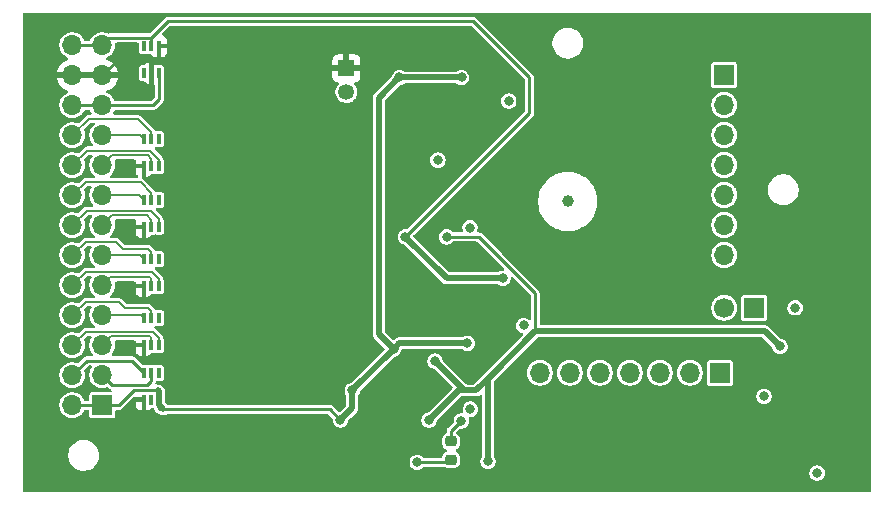
<source format=gbr>
%TF.GenerationSoftware,KiCad,Pcbnew,9.0.5-1.fc42*%
%TF.CreationDate,2025-11-11T18:34:47+01:00*%
%TF.ProjectId,bioamplifier,62696f61-6d70-46c6-9966-6965722e6b69,rev?*%
%TF.SameCoordinates,Original*%
%TF.FileFunction,Copper,L4,Bot*%
%TF.FilePolarity,Positive*%
%FSLAX46Y46*%
G04 Gerber Fmt 4.6, Leading zero omitted, Abs format (unit mm)*
G04 Created by KiCad (PCBNEW 9.0.5-1.fc42) date 2025-11-11 18:34:47*
%MOMM*%
%LPD*%
G01*
G04 APERTURE LIST*
G04 Aperture macros list*
%AMRoundRect*
0 Rectangle with rounded corners*
0 $1 Rounding radius*
0 $2 $3 $4 $5 $6 $7 $8 $9 X,Y pos of 4 corners*
0 Add a 4 corners polygon primitive as box body*
4,1,4,$2,$3,$4,$5,$6,$7,$8,$9,$2,$3,0*
0 Add four circle primitives for the rounded corners*
1,1,$1+$1,$2,$3*
1,1,$1+$1,$4,$5*
1,1,$1+$1,$6,$7*
1,1,$1+$1,$8,$9*
0 Add four rect primitives between the rounded corners*
20,1,$1+$1,$2,$3,$4,$5,0*
20,1,$1+$1,$4,$5,$6,$7,0*
20,1,$1+$1,$6,$7,$8,$9,0*
20,1,$1+$1,$8,$9,$2,$3,0*%
G04 Aperture macros list end*
%TA.AperFunction,ComponentPad*%
%ADD10R,1.700000X1.700000*%
%TD*%
%TA.AperFunction,ComponentPad*%
%ADD11C,1.700000*%
%TD*%
%TA.AperFunction,ComponentPad*%
%ADD12R,1.350000X1.350000*%
%TD*%
%TA.AperFunction,ComponentPad*%
%ADD13C,1.350000*%
%TD*%
%TA.AperFunction,ComponentPad*%
%ADD14O,1.700000X1.700000*%
%TD*%
%TA.AperFunction,SMDPad,CuDef*%
%ADD15RoundRect,0.225000X-0.250000X0.225000X-0.250000X-0.225000X0.250000X-0.225000X0.250000X0.225000X0*%
%TD*%
%TA.AperFunction,SMDPad,CuDef*%
%ADD16R,0.355600X0.850900*%
%TD*%
%TA.AperFunction,SMDPad,CuDef*%
%ADD17C,1.000000*%
%TD*%
%TA.AperFunction,ViaPad*%
%ADD18C,0.800000*%
%TD*%
%TA.AperFunction,Conductor*%
%ADD19C,0.200000*%
%TD*%
%TA.AperFunction,Conductor*%
%ADD20C,0.250000*%
%TD*%
%TA.AperFunction,Conductor*%
%ADD21C,0.500000*%
%TD*%
%TA.AperFunction,Conductor*%
%ADD22C,0.160000*%
%TD*%
%TA.AperFunction,Profile*%
%ADD23C,0.100000*%
%TD*%
G04 APERTURE END LIST*
D10*
%TO.P,J5,1,Pin_1*%
%TO.N,GNDD*%
X112540000Y-97000000D03*
D11*
%TO.P,J5,2,Pin_2*%
%TO.N,/DAISY-IN*%
X110000000Y-97000000D03*
%TD*%
D12*
%TO.P,J4,1,Pin_1*%
%TO.N,GNDA*%
X78000000Y-76730000D03*
D13*
%TO.P,J4,2,Pin_2*%
%TO.N,BIASINV*%
X78000000Y-78730000D03*
%TD*%
D10*
%TO.P,J3,1,Pin_1*%
%TO.N,Net-(J3-Pin_1)*%
X110000000Y-77300000D03*
D14*
%TO.P,J3,2,Pin_2*%
%TO.N,Net-(J3-Pin_2)*%
X110000000Y-79840000D03*
%TO.P,J3,3,Pin_3*%
%TO.N,Net-(J3-Pin_3)*%
X110000000Y-82380000D03*
%TO.P,J3,4,Pin_4*%
%TO.N,Net-(J3-Pin_4)*%
X110000000Y-84920000D03*
%TO.P,J3,5,Pin_5*%
%TO.N,Net-(J3-Pin_5)*%
X110000000Y-87460000D03*
%TO.P,J3,6,Pin_6*%
%TO.N,Net-(J3-Pin_6)*%
X110000000Y-90000000D03*
%TO.P,J3,7,Pin_7*%
%TO.N,GNDD*%
X110000000Y-92540000D03*
%TD*%
D10*
%TO.P,J1,1,Pin_1*%
%TO.N,3.3V_UNREG*%
X109620000Y-102500000D03*
D14*
%TO.P,J1,2,Pin_2*%
%TO.N,Net-(J1-Pin_2)*%
X107080000Y-102500000D03*
%TO.P,J1,3,Pin_3*%
%TO.N,Net-(J1-Pin_3)*%
X104540000Y-102500000D03*
%TO.P,J1,4,Pin_4*%
%TO.N,Net-(J1-Pin_4)*%
X102000000Y-102500000D03*
%TO.P,J1,5,Pin_5*%
%TO.N,Net-(J1-Pin_5)*%
X99460000Y-102500000D03*
%TO.P,J1,6,Pin_6*%
%TO.N,Net-(J1-Pin_6)*%
X96920000Y-102500000D03*
%TO.P,J1,7,Pin_7*%
%TO.N,Net-(J1-Pin_7)*%
X94380000Y-102500000D03*
%TD*%
D15*
%TO.P,C45,1*%
%TO.N,Net-(U11-CAP+)*%
X86862500Y-108312500D03*
%TO.P,C45,2*%
%TO.N,Net-(U11-CAP-)*%
X86862500Y-109862500D03*
%TD*%
D16*
%TO.P,U9,1,IO1*%
%TO.N,AVSS*%
X62149999Y-104773300D03*
%TO.P,U9,2,IO2*%
%TO.N,unconnected-(U9-IO2-Pad2)*%
X61500000Y-104773300D03*
%TO.P,U9,3,GND*%
%TO.N,GNDA*%
X60850001Y-104773300D03*
%TO.P,U9,4,IO3*%
%TO.N,/Electrodes input/REF2*%
X60850001Y-102500000D03*
%TO.P,U9,5,IO4*%
%TO.N,/Electrodes input/REF1*%
X61500000Y-102500000D03*
%TO.P,U9,6,NC*%
%TO.N,unconnected-(U9-NC-Pad6)*%
X62149999Y-102500000D03*
%TD*%
%TO.P,U2,1,IO1*%
%TO.N,/Electrodes input/N7*%
X62149999Y-85000000D03*
%TO.P,U2,2,IO2*%
%TO.N,/Electrodes input/P7*%
X61500000Y-85000000D03*
%TO.P,U2,3,GND*%
%TO.N,GNDA*%
X60850001Y-85000000D03*
%TO.P,U2,4,IO3*%
%TO.N,/Electrodes input/P8*%
X60850001Y-82726700D03*
%TO.P,U2,5,IO4*%
%TO.N,/Electrodes input/N8*%
X61500000Y-82726700D03*
%TO.P,U2,6,NC*%
%TO.N,unconnected-(U2-NC-Pad6)*%
X62149999Y-82726700D03*
%TD*%
%TO.P,U10,1,IO1*%
%TO.N,/Electrodes input/N3*%
X62149999Y-95136650D03*
%TO.P,U10,2,IO2*%
%TO.N,/Electrodes input/P3*%
X61500000Y-95136650D03*
%TO.P,U10,3,GND*%
%TO.N,GNDA*%
X60850001Y-95136650D03*
%TO.P,U10,4,IO3*%
%TO.N,/Electrodes input/P4*%
X60850001Y-92863350D03*
%TO.P,U10,5,IO4*%
%TO.N,/Electrodes input/N4*%
X61500000Y-92863350D03*
%TO.P,U10,6,NC*%
%TO.N,unconnected-(U10-NC-Pad6)*%
X62149999Y-92863350D03*
%TD*%
%TO.P,U4,1,IO1*%
%TO.N,/Electrodes input/N1*%
X62149999Y-100136650D03*
%TO.P,U4,2,IO2*%
%TO.N,/Electrodes input/P1*%
X61500000Y-100136650D03*
%TO.P,U4,3,GND*%
%TO.N,GNDA*%
X60850001Y-100136650D03*
%TO.P,U4,4,IO3*%
%TO.N,/Electrodes input/P2*%
X60850001Y-97863350D03*
%TO.P,U4,5,IO4*%
%TO.N,/Electrodes input/N2*%
X61500000Y-97863350D03*
%TO.P,U4,6,NC*%
%TO.N,unconnected-(U4-NC-Pad6)*%
X62149999Y-97863350D03*
%TD*%
%TO.P,U3,1,IO1*%
%TO.N,/Electrodes input/N5*%
X62149999Y-90136650D03*
%TO.P,U3,2,IO2*%
%TO.N,/Electrodes input/P5*%
X61500000Y-90136650D03*
%TO.P,U3,3,GND*%
%TO.N,GNDA*%
X60850001Y-90136650D03*
%TO.P,U3,4,IO3*%
%TO.N,/Electrodes input/P6*%
X60850001Y-87863350D03*
%TO.P,U3,5,IO4*%
%TO.N,/Electrodes input/N6*%
X61500000Y-87863350D03*
%TO.P,U3,6,NC*%
%TO.N,unconnected-(U3-NC-Pad6)*%
X62149999Y-87863350D03*
%TD*%
D17*
%TO.P,FID1,*%
%TO.N,*%
X96750000Y-88000000D03*
%TD*%
D16*
%TO.P,U5,1,IO1*%
%TO.N,unconnected-(U5-IO1-Pad1)*%
X60850001Y-74863350D03*
%TO.P,U5,2,IO2*%
%TO.N,AVDD*%
X61500000Y-74863350D03*
%TO.P,U5,3,GND*%
%TO.N,GNDA*%
X62149999Y-74863350D03*
%TO.P,U5,4,IO3*%
%TO.N,/Electrodes input/BIAS*%
X62149999Y-77136650D03*
%TO.P,U5,5,IO4*%
%TO.N,GNDA*%
X61500000Y-77136650D03*
%TO.P,U5,6,NC*%
%TO.N,unconnected-(U5-NC-Pad6)*%
X60850001Y-77136650D03*
%TD*%
D10*
%TO.P,J2,1,Pin_1*%
%TO.N,AVSS*%
X57340000Y-105260000D03*
D14*
%TO.P,J2,2,Pin_2*%
X54800000Y-105260000D03*
%TO.P,J2,3,Pin_3*%
%TO.N,/Electrodes input/REF1*%
X57340000Y-102720000D03*
%TO.P,J2,4,Pin_4*%
%TO.N,/Electrodes input/REF2*%
X54800000Y-102720000D03*
%TO.P,J2,5,Pin_5*%
%TO.N,/Electrodes input/P1*%
X57340000Y-100180000D03*
%TO.P,J2,6,Pin_6*%
%TO.N,/Electrodes input/N1*%
X54800000Y-100180000D03*
%TO.P,J2,7,Pin_7*%
%TO.N,/Electrodes input/P2*%
X57340000Y-97640000D03*
%TO.P,J2,8,Pin_8*%
%TO.N,/Electrodes input/N2*%
X54800000Y-97640000D03*
%TO.P,J2,9,Pin_9*%
%TO.N,/Electrodes input/P3*%
X57340000Y-95100000D03*
%TO.P,J2,10,Pin_10*%
%TO.N,/Electrodes input/N3*%
X54800000Y-95100000D03*
%TO.P,J2,11,Pin_11*%
%TO.N,/Electrodes input/P4*%
X57340000Y-92560000D03*
%TO.P,J2,12,Pin_12*%
%TO.N,/Electrodes input/N4*%
X54800000Y-92560000D03*
%TO.P,J2,13,Pin_13*%
%TO.N,/Electrodes input/P5*%
X57340000Y-90020000D03*
%TO.P,J2,14,Pin_14*%
%TO.N,/Electrodes input/N5*%
X54800000Y-90020000D03*
%TO.P,J2,15,Pin_15*%
%TO.N,/Electrodes input/P6*%
X57340000Y-87480000D03*
%TO.P,J2,16,Pin_16*%
%TO.N,/Electrodes input/N6*%
X54800000Y-87480000D03*
%TO.P,J2,17,Pin_17*%
%TO.N,/Electrodes input/P7*%
X57340000Y-84940000D03*
%TO.P,J2,18,Pin_18*%
%TO.N,/Electrodes input/N7*%
X54800000Y-84940000D03*
%TO.P,J2,19,Pin_19*%
%TO.N,/Electrodes input/P8*%
X57340000Y-82400000D03*
%TO.P,J2,20,Pin_20*%
%TO.N,/Electrodes input/N8*%
X54800000Y-82400000D03*
%TO.P,J2,21,Pin_21*%
%TO.N,/Electrodes input/BIAS*%
X57340000Y-79860000D03*
%TO.P,J2,22,Pin_22*%
X54800000Y-79860000D03*
%TO.P,J2,23,Pin_23*%
%TO.N,GNDA*%
X57340000Y-77320000D03*
%TO.P,J2,24,Pin_24*%
X54800000Y-77320000D03*
%TO.P,J2,25,Pin_25*%
%TO.N,AVDD*%
X57340000Y-74780000D03*
%TO.P,J2,26,Pin_26*%
X54800000Y-74780000D03*
%TD*%
D18*
%TO.N,AVDD*%
X83000000Y-91000000D03*
X91250000Y-94500000D03*
%TO.N,GNDD*%
X85750000Y-84500000D03*
X91750000Y-79500000D03*
X116000000Y-97000000D03*
X88475500Y-90216800D03*
X113362500Y-104500000D03*
X93000000Y-98500000D03*
X117862500Y-111000000D03*
%TO.N,GNDA*%
X73250000Y-75000000D03*
X69250000Y-95000000D03*
X69250000Y-91500000D03*
X69270000Y-86446852D03*
X69250000Y-101750000D03*
X69249825Y-98499825D03*
X69270000Y-84946852D03*
X111000000Y-111000000D03*
X69250000Y-93500000D03*
X69270000Y-79946852D03*
X69270000Y-81696852D03*
X81750000Y-84500000D03*
X87274662Y-96242371D03*
X81750000Y-107250000D03*
X69250000Y-103500000D03*
X69270000Y-78446852D03*
X82250000Y-108500000D03*
X69250000Y-96750000D03*
X74500000Y-75000000D03*
X109500000Y-111000000D03*
X101500000Y-105500000D03*
X92000000Y-109587500D03*
X111500000Y-110000000D03*
X69270000Y-83196852D03*
X69250000Y-100250000D03*
X66439122Y-108943294D03*
X63800000Y-74800000D03*
X63250000Y-79000000D03*
X81000000Y-108500000D03*
X69270000Y-89696852D03*
X74000000Y-76000000D03*
X66500000Y-106500000D03*
X69270000Y-88196852D03*
%TO.N,-2.5V_UNREG*%
X88500000Y-105587500D03*
%TO.N,AVSS*%
X78500000Y-104000000D03*
X88250000Y-100000000D03*
X87750000Y-77500000D03*
X82500000Y-77500000D03*
X77500000Y-106500000D03*
X82000000Y-100500000D03*
%TO.N,Net-(U11-CAP+)*%
X87725000Y-106587500D03*
%TO.N,Net-(U11-CAP-)*%
X84000000Y-110087500D03*
%TO.N,DVDD*%
X114725000Y-100275000D03*
X85500000Y-101500000D03*
X86500000Y-91000000D03*
X90000000Y-110000000D03*
X85000000Y-106500000D03*
%TD*%
D19*
%TO.N,/Electrodes input/N7*%
X62149999Y-85000000D02*
X62149999Y-84457449D01*
X56051000Y-83689000D02*
X54800000Y-84940000D01*
X62149999Y-84457449D02*
X61381550Y-83689000D01*
X61381550Y-83689000D02*
X56051000Y-83689000D01*
%TO.N,/Electrodes input/N5*%
X62149999Y-90136650D02*
X62149999Y-89511200D01*
X62149999Y-89511200D02*
X61427799Y-88789000D01*
X61427799Y-88789000D02*
X56031000Y-88789000D01*
X56031000Y-88789000D02*
X54800000Y-90020000D01*
D20*
%TO.N,AVDD*%
X61465000Y-74152900D02*
X61500000Y-74187900D01*
X57340000Y-74780000D02*
X57967100Y-74152900D01*
X57967100Y-74152900D02*
X61465000Y-74152900D01*
X62867900Y-72750000D02*
X61465000Y-74152900D01*
X61500000Y-74187900D02*
X61500000Y-74863350D01*
D21*
X86500000Y-94500000D02*
X83000000Y-91000000D01*
D20*
X88750000Y-72750000D02*
X62867900Y-72750000D01*
X93500000Y-77500000D02*
X88750000Y-72750000D01*
X54800000Y-74780000D02*
X57340000Y-74780000D01*
D21*
X91250000Y-94500000D02*
X86500000Y-94500000D01*
D20*
X83000000Y-91000000D02*
X93500000Y-80500000D01*
X93500000Y-80500000D02*
X93500000Y-77500000D01*
%TO.N,GNDA*%
X58660000Y-76000000D02*
X61250000Y-76000000D01*
X63736650Y-74863350D02*
X63800000Y-74800000D01*
X62350000Y-76250000D02*
X63800000Y-74800000D01*
X61500000Y-76250000D02*
X62350000Y-76250000D01*
X61500000Y-77136650D02*
X61500000Y-76250000D01*
X57340000Y-77320000D02*
X58660000Y-76000000D01*
X61250000Y-76000000D02*
X61500000Y-76250000D01*
X62149999Y-74863350D02*
X63736650Y-74863350D01*
X54800000Y-77320000D02*
X57340000Y-77320000D01*
D22*
%TO.N,/Electrodes input/N1*%
X62149999Y-99551200D02*
X62149999Y-100136650D01*
X54800000Y-100180000D02*
X55930000Y-99050000D01*
X61648799Y-99050000D02*
X62149999Y-99551200D01*
X55930000Y-99050000D02*
X61648799Y-99050000D01*
%TO.N,/Electrodes input/P1*%
X61500000Y-99551200D02*
X61500000Y-100136650D01*
X57340000Y-100180000D02*
X58088800Y-99431200D01*
X61380000Y-99431200D02*
X61500000Y-99551200D01*
X58088800Y-99431200D02*
X61380000Y-99431200D01*
%TO.N,/Electrodes input/P2*%
X60626651Y-97640000D02*
X60850001Y-97863350D01*
X57340000Y-97640000D02*
X60626651Y-97640000D01*
%TO.N,/Electrodes input/N2*%
X58750000Y-96510000D02*
X55930000Y-96510000D01*
X59240000Y-97000000D02*
X58750000Y-96510000D01*
X61222100Y-97000000D02*
X59240000Y-97000000D01*
X61500000Y-97277900D02*
X61222100Y-97000000D01*
X61500000Y-97863350D02*
X61500000Y-97277900D01*
X55930000Y-96510000D02*
X54800000Y-97640000D01*
%TO.N,/Electrodes input/N3*%
X54800000Y-95100000D02*
X55930000Y-93970000D01*
X61568799Y-93970000D02*
X62149999Y-94551200D01*
X55930000Y-93970000D02*
X61568799Y-93970000D01*
X62149999Y-94551200D02*
X62149999Y-95136650D01*
%TO.N,/Electrodes input/P3*%
X57340000Y-95100000D02*
X58008800Y-94431200D01*
X58008800Y-94431200D02*
X61380000Y-94431200D01*
X61380000Y-94431200D02*
X61500000Y-94551200D01*
X61500000Y-94551200D02*
X61500000Y-95136650D01*
%TO.N,/Electrodes input/N4*%
X55930000Y-91430000D02*
X54800000Y-92560000D01*
X58500000Y-91430000D02*
X55930000Y-91430000D01*
X61500000Y-92863350D02*
X61500000Y-92277900D01*
X59070000Y-92000000D02*
X58500000Y-91430000D01*
X61500000Y-92277900D02*
X61222100Y-92000000D01*
X61222100Y-92000000D02*
X59070000Y-92000000D01*
%TO.N,/Electrodes input/P4*%
X57340000Y-92560000D02*
X60546651Y-92560000D01*
X60546651Y-92560000D02*
X60850001Y-92863350D01*
%TO.N,/Electrodes input/P5*%
X61500000Y-89551200D02*
X61500000Y-90136650D01*
X58190000Y-89170000D02*
X61118800Y-89170000D01*
X61118800Y-89170000D02*
X61500000Y-89551200D01*
X57340000Y-90020000D02*
X58190000Y-89170000D01*
%TO.N,/Electrodes input/N6*%
X60572100Y-86350000D02*
X61500000Y-87277900D01*
X54800000Y-87480000D02*
X55930000Y-86350000D01*
X55930000Y-86350000D02*
X60572100Y-86350000D01*
X61500000Y-87277900D02*
X61500000Y-87863350D01*
%TO.N,/Electrodes input/P6*%
X60466651Y-87480000D02*
X60850001Y-87863350D01*
X57340000Y-87480000D02*
X60466651Y-87480000D01*
D19*
%TO.N,/Electrodes input/P7*%
X57340000Y-84940000D02*
X58190000Y-84090000D01*
X58190000Y-84090000D02*
X61215450Y-84090000D01*
X61500000Y-84374550D02*
X61500000Y-85000000D01*
X61215450Y-84090000D02*
X61500000Y-84374550D01*
D22*
%TO.N,/Electrodes input/N8*%
X54800000Y-82400000D02*
X56210000Y-80990000D01*
X61500000Y-82141250D02*
X61500000Y-82726700D01*
X60348750Y-80990000D02*
X61500000Y-82141250D01*
X56210000Y-80990000D02*
X60348750Y-80990000D01*
D19*
%TO.N,/Electrodes input/P8*%
X60523301Y-82400000D02*
X60850001Y-82726700D01*
X57340000Y-82400000D02*
X60523301Y-82400000D01*
D20*
%TO.N,AVSS*%
X76600001Y-105600001D02*
X77500000Y-106500000D01*
D21*
X78500000Y-105500000D02*
X78000000Y-106000000D01*
X82500000Y-77500000D02*
X87750000Y-77500000D01*
X78500000Y-104000000D02*
X82000000Y-100500000D01*
X78000000Y-106000000D02*
X77750000Y-106250000D01*
D20*
X58740000Y-105260000D02*
X60000000Y-104000000D01*
X62500000Y-105600001D02*
X76600001Y-105600001D01*
X54800000Y-105260000D02*
X57340000Y-105260000D01*
D21*
X78500000Y-104000000D02*
X78500000Y-105500000D01*
D20*
X57340000Y-105260000D02*
X58740000Y-105260000D01*
D21*
X88250000Y-100000000D02*
X82500000Y-100000000D01*
X62149999Y-104097850D02*
X62052149Y-104000000D01*
X82500000Y-77500000D02*
X80750000Y-79250000D01*
X80750000Y-79250000D02*
X80750000Y-99250000D01*
X62149999Y-104773300D02*
X62149999Y-105250000D01*
X62149999Y-105250000D02*
X62500000Y-105600001D01*
X78000000Y-106000000D02*
X77500000Y-106500000D01*
D20*
X62149999Y-105600001D02*
X62500000Y-105600001D01*
X60000000Y-104000000D02*
X62052149Y-104000000D01*
D21*
X80750000Y-99250000D02*
X82000000Y-100500000D01*
X82500000Y-100000000D02*
X82000000Y-100500000D01*
X62149999Y-104773300D02*
X62149999Y-104097850D01*
D20*
%TO.N,Net-(U11-CAP+)*%
X86862500Y-108312500D02*
X86862500Y-107450000D01*
X86862500Y-107450000D02*
X87725000Y-106587500D01*
%TO.N,Net-(U11-CAP-)*%
X84000000Y-110087500D02*
X86637500Y-110087500D01*
X86637500Y-110087500D02*
X86862500Y-109862500D01*
%TO.N,/Electrodes input/REF2*%
X56020000Y-101500000D02*
X59850001Y-101500000D01*
X54800000Y-102720000D02*
X56020000Y-101500000D01*
X59850001Y-101500000D02*
X60850001Y-102500000D01*
D21*
%TO.N,DVDD*%
X87500000Y-104000000D02*
X89000000Y-104000000D01*
D20*
X89218738Y-91000000D02*
X94000000Y-95781263D01*
X86500000Y-91000000D02*
X89218738Y-91000000D01*
D21*
X114725000Y-100275000D02*
X113450000Y-99000000D01*
X87500000Y-104000000D02*
X85000000Y-106500000D01*
X90000000Y-103000000D02*
X90000000Y-103500000D01*
D20*
X94000000Y-95781263D02*
X94000000Y-99000000D01*
D21*
X89000000Y-104000000D02*
X90250000Y-102750000D01*
X113450000Y-99000000D02*
X94000000Y-99000000D01*
X94000000Y-99000000D02*
X90250000Y-102750000D01*
X90000000Y-103500000D02*
X90000000Y-104000000D01*
X88000000Y-104000000D02*
X89000000Y-104000000D01*
X85500000Y-101500000D02*
X88000000Y-104000000D01*
X90000000Y-104000000D02*
X90000000Y-110000000D01*
X90250000Y-102750000D02*
X90000000Y-103000000D01*
D20*
%TO.N,/Electrodes input/REF1*%
X61105450Y-103570000D02*
X61500000Y-103175450D01*
X57340000Y-102720000D02*
X58190000Y-103570000D01*
X58190000Y-103570000D02*
X61105450Y-103570000D01*
X61500000Y-103175450D02*
X61500000Y-102500000D01*
X57560000Y-102500000D02*
X57340000Y-102720000D01*
%TO.N,/Electrodes input/BIAS*%
X62149999Y-77136650D02*
X62149999Y-79350001D01*
X61640000Y-79860000D02*
X57340000Y-79860000D01*
X62149999Y-79350001D02*
X61640000Y-79860000D01*
X57340000Y-79860000D02*
X54800000Y-79860000D01*
%TD*%
%TA.AperFunction,Conductor*%
%TO.N,GNDA*%
G36*
X56874075Y-77127007D02*
G01*
X56840000Y-77254174D01*
X56840000Y-77385826D01*
X56874075Y-77512993D01*
X56906988Y-77570000D01*
X55233012Y-77570000D01*
X55265925Y-77512993D01*
X55300000Y-77385826D01*
X55300000Y-77254174D01*
X55265925Y-77127007D01*
X55233012Y-77070000D01*
X56906988Y-77070000D01*
X56874075Y-77127007D01*
G37*
%TD.AperFunction*%
%TA.AperFunction,Conductor*%
G36*
X122317539Y-72063088D02*
G01*
X122363294Y-72115892D01*
X122374500Y-72167403D01*
X122374500Y-112431776D01*
X122354815Y-112498815D01*
X122302011Y-112544570D01*
X122250500Y-112555776D01*
X50726096Y-112555776D01*
X50659057Y-112536091D01*
X50613302Y-112483287D01*
X50602096Y-112431776D01*
X50602096Y-111064071D01*
X117211999Y-111064071D01*
X117236997Y-111189738D01*
X117236999Y-111189744D01*
X117286033Y-111308124D01*
X117286038Y-111308133D01*
X117357223Y-111414668D01*
X117357226Y-111414672D01*
X117447827Y-111505273D01*
X117447831Y-111505276D01*
X117554366Y-111576461D01*
X117554372Y-111576464D01*
X117554373Y-111576465D01*
X117672756Y-111625501D01*
X117672760Y-111625501D01*
X117672761Y-111625502D01*
X117798428Y-111650500D01*
X117798431Y-111650500D01*
X117926571Y-111650500D01*
X118011115Y-111633682D01*
X118052244Y-111625501D01*
X118170627Y-111576465D01*
X118277169Y-111505276D01*
X118367776Y-111414669D01*
X118438965Y-111308127D01*
X118488001Y-111189744D01*
X118513000Y-111064069D01*
X118513000Y-110935931D01*
X118513000Y-110935928D01*
X118488002Y-110810261D01*
X118488001Y-110810260D01*
X118488001Y-110810256D01*
X118438965Y-110691873D01*
X118438964Y-110691872D01*
X118438961Y-110691866D01*
X118367776Y-110585331D01*
X118367773Y-110585327D01*
X118277172Y-110494726D01*
X118277168Y-110494723D01*
X118170633Y-110423538D01*
X118170624Y-110423533D01*
X118052244Y-110374499D01*
X118052238Y-110374497D01*
X117926571Y-110349500D01*
X117926569Y-110349500D01*
X117798431Y-110349500D01*
X117798429Y-110349500D01*
X117672761Y-110374497D01*
X117672755Y-110374499D01*
X117554375Y-110423533D01*
X117554366Y-110423538D01*
X117447831Y-110494723D01*
X117447827Y-110494726D01*
X117357226Y-110585327D01*
X117357223Y-110585331D01*
X117286038Y-110691866D01*
X117286033Y-110691875D01*
X117236999Y-110810255D01*
X117236997Y-110810261D01*
X117212000Y-110935928D01*
X117212000Y-110935931D01*
X117212000Y-111064069D01*
X117212000Y-111064071D01*
X117211999Y-111064071D01*
X50602096Y-111064071D01*
X50602096Y-109397648D01*
X54449500Y-109397648D01*
X54449500Y-109602351D01*
X54481522Y-109804534D01*
X54544781Y-109999223D01*
X54608691Y-110124653D01*
X54622407Y-110151571D01*
X54637715Y-110181613D01*
X54758028Y-110347213D01*
X54902786Y-110491971D01*
X55019086Y-110576466D01*
X55068390Y-110612287D01*
X55169806Y-110663961D01*
X55250776Y-110705218D01*
X55250778Y-110705218D01*
X55250781Y-110705220D01*
X55274732Y-110713002D01*
X55445465Y-110768477D01*
X55546557Y-110784488D01*
X55647648Y-110800500D01*
X55647649Y-110800500D01*
X55852351Y-110800500D01*
X55852352Y-110800500D01*
X56054534Y-110768477D01*
X56249219Y-110705220D01*
X56431610Y-110612287D01*
X56524590Y-110544732D01*
X56597213Y-110491971D01*
X56597215Y-110491968D01*
X56597219Y-110491966D01*
X56741966Y-110347219D01*
X56741968Y-110347215D01*
X56741971Y-110347213D01*
X56856377Y-110189744D01*
X56862287Y-110181610D01*
X56877593Y-110151571D01*
X83349499Y-110151571D01*
X83374497Y-110277238D01*
X83374499Y-110277244D01*
X83423533Y-110395624D01*
X83423538Y-110395633D01*
X83494723Y-110502168D01*
X83494726Y-110502172D01*
X83585327Y-110592773D01*
X83585331Y-110592776D01*
X83691866Y-110663961D01*
X83691872Y-110663964D01*
X83691873Y-110663965D01*
X83810256Y-110713001D01*
X83810260Y-110713001D01*
X83810261Y-110713002D01*
X83935928Y-110738000D01*
X83935931Y-110738000D01*
X84064071Y-110738000D01*
X84148615Y-110721182D01*
X84189744Y-110713001D01*
X84308127Y-110663965D01*
X84414669Y-110592776D01*
X84450533Y-110556912D01*
X84508127Y-110499319D01*
X84569450Y-110465834D01*
X84595808Y-110463000D01*
X86279383Y-110463000D01*
X86346422Y-110482685D01*
X86353687Y-110487728D01*
X86382274Y-110509128D01*
X86510386Y-110556912D01*
X86567015Y-110563000D01*
X87157984Y-110562999D01*
X87214614Y-110556912D01*
X87342726Y-110509128D01*
X87452187Y-110427187D01*
X87534128Y-110317726D01*
X87581912Y-110189614D01*
X87586002Y-110151569D01*
X87587999Y-110133001D01*
X87587999Y-110132994D01*
X87588000Y-110132985D01*
X87587999Y-109592016D01*
X87581912Y-109535386D01*
X87572829Y-109511035D01*
X87564088Y-109487601D01*
X87534128Y-109407274D01*
X87452187Y-109297813D01*
X87386411Y-109248574D01*
X87342728Y-109215873D01*
X87342726Y-109215872D01*
X87310038Y-109203679D01*
X87254108Y-109161810D01*
X87229691Y-109096346D01*
X87244543Y-109028073D01*
X87293948Y-108978668D01*
X87310028Y-108971323D01*
X87342726Y-108959128D01*
X87452187Y-108877187D01*
X87534128Y-108767726D01*
X87581912Y-108639614D01*
X87584187Y-108618444D01*
X87587999Y-108583001D01*
X87587999Y-108582990D01*
X87588000Y-108582985D01*
X87587999Y-108042016D01*
X87581912Y-107985386D01*
X87534128Y-107857274D01*
X87452187Y-107747813D01*
X87362887Y-107680964D01*
X87321017Y-107625031D01*
X87316033Y-107555340D01*
X87349515Y-107494020D01*
X87569217Y-107274318D01*
X87630540Y-107240834D01*
X87656898Y-107238000D01*
X87789071Y-107238000D01*
X87882394Y-107219436D01*
X87914744Y-107213001D01*
X88033127Y-107163965D01*
X88139669Y-107092776D01*
X88230276Y-107002169D01*
X88301465Y-106895627D01*
X88350501Y-106777244D01*
X88361363Y-106722639D01*
X88375500Y-106651571D01*
X88375500Y-106523428D01*
X88349313Y-106391782D01*
X88350517Y-106391542D01*
X88349948Y-106328134D01*
X88387194Y-106269019D01*
X88450486Y-106239425D01*
X88469234Y-106238000D01*
X88564071Y-106238000D01*
X88648615Y-106221182D01*
X88689744Y-106213001D01*
X88808127Y-106163965D01*
X88914669Y-106092776D01*
X89005276Y-106002169D01*
X89076465Y-105895627D01*
X89125501Y-105777244D01*
X89139277Y-105707989D01*
X89150500Y-105651571D01*
X89150500Y-105523428D01*
X89125502Y-105397761D01*
X89125501Y-105397760D01*
X89125501Y-105397756D01*
X89083555Y-105296490D01*
X89076466Y-105279375D01*
X89076461Y-105279366D01*
X89005276Y-105172831D01*
X89005273Y-105172827D01*
X88914672Y-105082226D01*
X88914668Y-105082223D01*
X88808133Y-105011038D01*
X88808124Y-105011033D01*
X88689744Y-104961999D01*
X88689738Y-104961997D01*
X88564071Y-104937000D01*
X88564069Y-104937000D01*
X88435931Y-104937000D01*
X88435929Y-104937000D01*
X88310261Y-104961997D01*
X88310255Y-104961999D01*
X88191875Y-105011033D01*
X88191866Y-105011038D01*
X88085331Y-105082223D01*
X88085327Y-105082226D01*
X87994726Y-105172827D01*
X87994723Y-105172831D01*
X87923538Y-105279366D01*
X87923533Y-105279375D01*
X87874499Y-105397755D01*
X87874497Y-105397761D01*
X87849500Y-105523428D01*
X87849500Y-105523431D01*
X87849500Y-105651569D01*
X87849500Y-105651571D01*
X87849499Y-105651571D01*
X87875687Y-105783218D01*
X87874482Y-105783457D01*
X87875052Y-105846866D01*
X87837806Y-105905981D01*
X87774514Y-105935575D01*
X87755766Y-105937000D01*
X87660929Y-105937000D01*
X87535261Y-105961997D01*
X87535255Y-105961999D01*
X87416875Y-106011033D01*
X87416866Y-106011038D01*
X87310331Y-106082223D01*
X87310327Y-106082226D01*
X87219726Y-106172827D01*
X87219723Y-106172831D01*
X87148538Y-106279366D01*
X87148533Y-106279375D01*
X87099499Y-106397755D01*
X87099497Y-106397761D01*
X87074500Y-106523428D01*
X87074500Y-106655600D01*
X87054815Y-106722639D01*
X87038181Y-106743281D01*
X86631938Y-107149525D01*
X86562026Y-107219436D01*
X86512591Y-107305059D01*
X86512591Y-107305060D01*
X86512590Y-107305062D01*
X86487000Y-107400565D01*
X86487000Y-107400567D01*
X86487000Y-107540716D01*
X86467315Y-107607755D01*
X86414511Y-107653510D01*
X86406335Y-107656897D01*
X86382276Y-107665870D01*
X86382273Y-107665872D01*
X86272813Y-107747813D01*
X86190873Y-107857271D01*
X86143087Y-107985389D01*
X86137000Y-108041998D01*
X86137000Y-108582981D01*
X86137001Y-108582990D01*
X86143087Y-108639614D01*
X86190872Y-108767726D01*
X86272813Y-108877187D01*
X86382274Y-108959128D01*
X86414958Y-108971318D01*
X86470890Y-109013187D01*
X86495308Y-109078651D01*
X86480457Y-109146924D01*
X86431052Y-109196330D01*
X86414961Y-109203679D01*
X86382274Y-109215871D01*
X86272813Y-109297813D01*
X86190873Y-109407271D01*
X86190872Y-109407274D01*
X86152170Y-109511038D01*
X86143087Y-109535389D01*
X86137001Y-109591997D01*
X86136860Y-109594631D01*
X86136655Y-109595210D01*
X86136644Y-109595318D01*
X86136618Y-109595315D01*
X86113618Y-109660522D01*
X86058443Y-109703388D01*
X86013037Y-109712000D01*
X84595808Y-109712000D01*
X84528769Y-109692315D01*
X84508127Y-109675681D01*
X84414672Y-109582226D01*
X84414668Y-109582223D01*
X84308133Y-109511038D01*
X84308124Y-109511033D01*
X84189744Y-109461999D01*
X84189738Y-109461997D01*
X84064071Y-109437000D01*
X84064069Y-109437000D01*
X83935931Y-109437000D01*
X83935929Y-109437000D01*
X83810261Y-109461997D01*
X83810255Y-109461999D01*
X83691875Y-109511033D01*
X83691866Y-109511038D01*
X83585331Y-109582223D01*
X83585327Y-109582226D01*
X83494726Y-109672827D01*
X83494723Y-109672831D01*
X83423538Y-109779366D01*
X83423533Y-109779375D01*
X83374499Y-109897755D01*
X83374497Y-109897761D01*
X83349500Y-110023428D01*
X83349500Y-110023431D01*
X83349500Y-110151569D01*
X83349500Y-110151571D01*
X83349499Y-110151571D01*
X56877593Y-110151571D01*
X56955220Y-109999219D01*
X56975784Y-109935931D01*
X57018476Y-109804538D01*
X57018476Y-109804537D01*
X57018477Y-109804534D01*
X57050500Y-109602352D01*
X57050500Y-109397648D01*
X57018477Y-109195465D01*
X56986271Y-109096346D01*
X56955220Y-109000781D01*
X56955218Y-109000778D01*
X56955218Y-109000776D01*
X56921503Y-108934607D01*
X56862287Y-108818390D01*
X56854556Y-108807749D01*
X56741971Y-108652786D01*
X56597213Y-108508028D01*
X56431613Y-108387715D01*
X56431612Y-108387714D01*
X56431610Y-108387713D01*
X56374653Y-108358691D01*
X56249223Y-108294781D01*
X56054534Y-108231522D01*
X55879995Y-108203878D01*
X55852352Y-108199500D01*
X55647648Y-108199500D01*
X55623329Y-108203351D01*
X55445465Y-108231522D01*
X55250776Y-108294781D01*
X55068386Y-108387715D01*
X54902786Y-108508028D01*
X54758028Y-108652786D01*
X54637715Y-108818386D01*
X54544781Y-109000776D01*
X54481522Y-109195465D01*
X54449500Y-109397648D01*
X50602096Y-109397648D01*
X50602096Y-77070000D01*
X53472769Y-77070000D01*
X54366988Y-77070000D01*
X54334075Y-77127007D01*
X54300000Y-77254174D01*
X54300000Y-77385826D01*
X54334075Y-77512993D01*
X54366988Y-77570000D01*
X53472769Y-77570000D01*
X53483242Y-77636126D01*
X53483242Y-77636129D01*
X53548904Y-77838217D01*
X53645379Y-78027557D01*
X53770272Y-78199459D01*
X53770276Y-78199464D01*
X53920535Y-78349723D01*
X53920540Y-78349727D01*
X54092442Y-78474620D01*
X54281784Y-78571096D01*
X54380711Y-78603239D01*
X54438387Y-78642676D01*
X54465586Y-78707034D01*
X54453672Y-78775881D01*
X54406428Y-78827357D01*
X54380722Y-78839097D01*
X54379522Y-78839487D01*
X54377550Y-78840128D01*
X54223211Y-78918768D01*
X54143256Y-78976859D01*
X54083072Y-79020586D01*
X54083070Y-79020588D01*
X54083069Y-79020588D01*
X53960588Y-79143069D01*
X53960588Y-79143070D01*
X53960586Y-79143072D01*
X53923247Y-79194464D01*
X53858768Y-79283211D01*
X53780128Y-79437552D01*
X53726597Y-79602302D01*
X53699500Y-79773389D01*
X53699500Y-79946610D01*
X53723429Y-80097697D01*
X53726598Y-80117701D01*
X53780127Y-80282445D01*
X53858768Y-80436788D01*
X53960586Y-80576928D01*
X54083072Y-80699414D01*
X54223212Y-80801232D01*
X54377555Y-80879873D01*
X54542299Y-80933402D01*
X54713389Y-80960500D01*
X54713390Y-80960500D01*
X54886610Y-80960500D01*
X54886611Y-80960500D01*
X55057701Y-80933402D01*
X55222445Y-80879873D01*
X55376788Y-80801232D01*
X55516928Y-80699414D01*
X55639414Y-80576928D01*
X55741232Y-80436788D01*
X55809295Y-80303206D01*
X55857269Y-80252409D01*
X55919780Y-80235500D01*
X56220220Y-80235500D01*
X56232913Y-80239227D01*
X56246107Y-80238232D01*
X56265791Y-80248881D01*
X56287259Y-80255185D01*
X56297300Y-80265928D01*
X56307559Y-80271478D01*
X56325589Y-80296193D01*
X56328820Y-80299650D01*
X56329791Y-80301413D01*
X56398768Y-80436788D01*
X56422079Y-80468872D01*
X56425814Y-80475650D01*
X56431766Y-80502507D01*
X56441012Y-80528420D01*
X56439218Y-80536133D01*
X56440932Y-80543865D01*
X56431417Y-80569678D01*
X56425187Y-80596474D01*
X56419507Y-80601993D01*
X56416769Y-80609424D01*
X56394808Y-80625996D01*
X56375081Y-80645169D01*
X56366631Y-80647261D01*
X56360999Y-80651512D01*
X56344417Y-80652762D01*
X56317214Y-80659500D01*
X56166489Y-80659500D01*
X56082429Y-80682023D01*
X56007068Y-80725534D01*
X56007065Y-80725536D01*
X55372288Y-81360312D01*
X55310965Y-81393797D01*
X55241273Y-81388813D01*
X55228314Y-81383117D01*
X55222448Y-81380128D01*
X55160895Y-81360128D01*
X55057701Y-81326598D01*
X55057699Y-81326597D01*
X55057698Y-81326597D01*
X54926271Y-81305781D01*
X54886611Y-81299500D01*
X54713389Y-81299500D01*
X54673728Y-81305781D01*
X54542302Y-81326597D01*
X54377552Y-81380128D01*
X54223211Y-81458768D01*
X54180928Y-81489489D01*
X54083072Y-81560586D01*
X54083070Y-81560588D01*
X54083069Y-81560588D01*
X53960588Y-81683069D01*
X53960588Y-81683070D01*
X53960586Y-81683072D01*
X53916859Y-81743256D01*
X53858768Y-81823211D01*
X53780128Y-81977552D01*
X53726597Y-82142302D01*
X53699500Y-82313389D01*
X53699500Y-82486610D01*
X53723429Y-82637697D01*
X53726598Y-82657701D01*
X53780127Y-82822445D01*
X53858768Y-82976788D01*
X53960586Y-83116928D01*
X54083072Y-83239414D01*
X54223212Y-83341232D01*
X54377555Y-83419873D01*
X54542299Y-83473402D01*
X54713389Y-83500500D01*
X54713390Y-83500500D01*
X54886610Y-83500500D01*
X54886611Y-83500500D01*
X55057701Y-83473402D01*
X55222445Y-83419873D01*
X55376788Y-83341232D01*
X55516928Y-83239414D01*
X55639414Y-83116928D01*
X55741232Y-82976788D01*
X55819873Y-82822445D01*
X55873402Y-82657701D01*
X55900500Y-82486611D01*
X55900500Y-82313389D01*
X55873402Y-82142299D01*
X55819873Y-81977555D01*
X55816880Y-81971682D01*
X55803986Y-81903014D01*
X55830264Y-81838274D01*
X55839676Y-81827720D01*
X56310579Y-81356819D01*
X56371902Y-81323334D01*
X56398260Y-81320500D01*
X56571890Y-81320500D01*
X56638929Y-81340185D01*
X56684684Y-81392989D01*
X56694628Y-81462147D01*
X56665603Y-81525703D01*
X56644775Y-81544818D01*
X56623075Y-81560583D01*
X56623069Y-81560588D01*
X56500588Y-81683069D01*
X56500588Y-81683070D01*
X56500586Y-81683072D01*
X56456859Y-81743256D01*
X56398768Y-81823211D01*
X56320128Y-81977552D01*
X56266597Y-82142302D01*
X56239500Y-82313389D01*
X56239500Y-82486610D01*
X56263429Y-82637697D01*
X56266598Y-82657701D01*
X56320127Y-82822445D01*
X56398768Y-82976788D01*
X56500586Y-83116928D01*
X56500588Y-83116930D01*
X56510477Y-83126819D01*
X56543962Y-83188142D01*
X56538978Y-83257834D01*
X56497106Y-83313767D01*
X56431642Y-83338184D01*
X56422796Y-83338500D01*
X56004856Y-83338500D01*
X55915712Y-83362386D01*
X55915709Y-83362387D01*
X55835791Y-83408527D01*
X55835786Y-83408531D01*
X55352969Y-83891347D01*
X55291646Y-83924832D01*
X55226970Y-83921597D01*
X55057698Y-83866597D01*
X54926271Y-83845781D01*
X54886611Y-83839500D01*
X54713389Y-83839500D01*
X54673728Y-83845781D01*
X54542302Y-83866597D01*
X54377552Y-83920128D01*
X54223211Y-83998768D01*
X54160236Y-84044523D01*
X54083072Y-84100586D01*
X54083070Y-84100588D01*
X54083069Y-84100588D01*
X53960588Y-84223069D01*
X53960588Y-84223070D01*
X53960586Y-84223072D01*
X53946662Y-84242237D01*
X53858768Y-84363211D01*
X53780128Y-84517552D01*
X53726597Y-84682302D01*
X53699500Y-84853389D01*
X53699500Y-85026610D01*
X53723429Y-85177697D01*
X53726598Y-85197701D01*
X53780127Y-85362445D01*
X53858768Y-85516788D01*
X53960586Y-85656928D01*
X54083072Y-85779414D01*
X54223212Y-85881232D01*
X54377555Y-85959873D01*
X54542299Y-86013402D01*
X54713389Y-86040500D01*
X54713390Y-86040500D01*
X54886610Y-86040500D01*
X54886611Y-86040500D01*
X55057701Y-86013402D01*
X55222445Y-85959873D01*
X55376788Y-85881232D01*
X55516928Y-85779414D01*
X55639414Y-85656928D01*
X55741232Y-85516788D01*
X55819873Y-85362445D01*
X55873402Y-85197701D01*
X55900500Y-85026611D01*
X55900500Y-84853389D01*
X55873402Y-84682299D01*
X55819873Y-84517555D01*
X55819869Y-84517547D01*
X55818401Y-84513029D01*
X55816406Y-84443188D01*
X55848648Y-84387033D01*
X56159865Y-84075816D01*
X56186796Y-84061111D01*
X56212609Y-84044523D01*
X56218809Y-84043631D01*
X56221186Y-84042334D01*
X56247544Y-84039500D01*
X56390595Y-84039500D01*
X56457634Y-84059185D01*
X56503389Y-84111989D01*
X56513333Y-84181147D01*
X56490913Y-84236386D01*
X56398768Y-84363211D01*
X56320128Y-84517552D01*
X56266597Y-84682302D01*
X56239500Y-84853389D01*
X56239500Y-85026610D01*
X56263429Y-85177697D01*
X56266598Y-85197701D01*
X56320127Y-85362445D01*
X56398768Y-85516788D01*
X56500586Y-85656928D01*
X56623072Y-85779414D01*
X56644221Y-85794780D01*
X56644775Y-85795182D01*
X56687441Y-85850511D01*
X56693420Y-85920125D01*
X56660815Y-85981920D01*
X56599976Y-86016277D01*
X56571890Y-86019500D01*
X55886489Y-86019500D01*
X55802431Y-86042023D01*
X55802428Y-86042024D01*
X55774846Y-86057948D01*
X55774846Y-86057949D01*
X55727073Y-86085531D01*
X55727068Y-86085534D01*
X55727065Y-86085536D01*
X55665532Y-86147070D01*
X55372289Y-86440312D01*
X55310966Y-86473797D01*
X55241274Y-86468813D01*
X55228320Y-86463119D01*
X55222452Y-86460129D01*
X55143694Y-86434539D01*
X55057701Y-86406598D01*
X55057699Y-86406597D01*
X55057698Y-86406597D01*
X54926271Y-86385781D01*
X54886611Y-86379500D01*
X54713389Y-86379500D01*
X54673728Y-86385781D01*
X54542302Y-86406597D01*
X54377552Y-86460128D01*
X54223211Y-86538768D01*
X54143256Y-86596859D01*
X54083072Y-86640586D01*
X54083070Y-86640588D01*
X54083069Y-86640588D01*
X53960588Y-86763069D01*
X53960588Y-86763070D01*
X53960586Y-86763072D01*
X53942070Y-86788557D01*
X53858768Y-86903211D01*
X53780128Y-87057552D01*
X53726597Y-87222302D01*
X53699500Y-87393389D01*
X53699500Y-87566610D01*
X53723429Y-87717697D01*
X53726598Y-87737701D01*
X53780127Y-87902445D01*
X53858768Y-88056788D01*
X53960586Y-88196928D01*
X54083072Y-88319414D01*
X54223212Y-88421232D01*
X54377555Y-88499873D01*
X54542299Y-88553402D01*
X54713389Y-88580500D01*
X54713390Y-88580500D01*
X54886610Y-88580500D01*
X54886611Y-88580500D01*
X55057701Y-88553402D01*
X55222445Y-88499873D01*
X55376788Y-88421232D01*
X55516928Y-88319414D01*
X55639414Y-88196928D01*
X55741232Y-88056788D01*
X55819873Y-87902445D01*
X55873402Y-87737701D01*
X55900500Y-87566611D01*
X55900500Y-87393389D01*
X55873402Y-87222299D01*
X55819873Y-87057555D01*
X55816882Y-87051686D01*
X55803986Y-86983018D01*
X55830261Y-86918277D01*
X55839667Y-86907728D01*
X56030579Y-86716816D01*
X56057508Y-86702113D01*
X56083324Y-86685523D01*
X56089526Y-86684631D01*
X56091902Y-86683334D01*
X56118259Y-86680500D01*
X56317214Y-86680500D01*
X56384253Y-86700185D01*
X56430008Y-86752989D01*
X56439952Y-86822147D01*
X56417532Y-86877386D01*
X56398768Y-86903211D01*
X56320128Y-87057552D01*
X56266597Y-87222302D01*
X56239500Y-87393389D01*
X56239500Y-87566610D01*
X56263429Y-87717697D01*
X56266598Y-87737701D01*
X56320127Y-87902445D01*
X56398768Y-88056788D01*
X56500586Y-88196928D01*
X56500588Y-88196930D01*
X56530477Y-88226819D01*
X56563962Y-88288142D01*
X56558978Y-88357834D01*
X56517106Y-88413767D01*
X56451642Y-88438184D01*
X56442796Y-88438500D01*
X55984856Y-88438500D01*
X55895712Y-88462386D01*
X55895709Y-88462387D01*
X55815791Y-88508527D01*
X55815786Y-88508531D01*
X55352969Y-88971347D01*
X55291646Y-89004832D01*
X55226970Y-89001597D01*
X55057698Y-88946597D01*
X54926271Y-88925781D01*
X54886611Y-88919500D01*
X54713389Y-88919500D01*
X54673728Y-88925781D01*
X54542302Y-88946597D01*
X54377552Y-89000128D01*
X54223211Y-89078768D01*
X54143256Y-89136859D01*
X54083072Y-89180586D01*
X54083070Y-89180588D01*
X54083069Y-89180588D01*
X53960588Y-89303069D01*
X53960588Y-89303070D01*
X53960586Y-89303072D01*
X53936382Y-89336386D01*
X53858768Y-89443211D01*
X53780128Y-89597552D01*
X53726597Y-89762302D01*
X53699500Y-89933389D01*
X53699500Y-90106610D01*
X53723429Y-90257697D01*
X53726598Y-90277701D01*
X53780127Y-90442445D01*
X53858768Y-90596788D01*
X53960586Y-90736928D01*
X54083072Y-90859414D01*
X54223212Y-90961232D01*
X54377555Y-91039873D01*
X54542299Y-91093402D01*
X54713389Y-91120500D01*
X54713390Y-91120500D01*
X54886610Y-91120500D01*
X54886611Y-91120500D01*
X55057701Y-91093402D01*
X55222445Y-91039873D01*
X55376788Y-90961232D01*
X55516928Y-90859414D01*
X55639414Y-90736928D01*
X55741232Y-90596788D01*
X55819873Y-90442445D01*
X55873402Y-90277701D01*
X55900500Y-90106611D01*
X55900500Y-89933389D01*
X55873402Y-89762299D01*
X55819873Y-89597555D01*
X55819869Y-89597547D01*
X55818401Y-89593029D01*
X55816406Y-89523188D01*
X55848648Y-89467033D01*
X56139864Y-89175816D01*
X56166796Y-89161111D01*
X56192609Y-89144523D01*
X56198809Y-89143631D01*
X56201186Y-89142334D01*
X56227544Y-89139500D01*
X56376064Y-89139500D01*
X56443103Y-89159185D01*
X56488858Y-89211989D01*
X56498802Y-89281147D01*
X56476382Y-89336386D01*
X56398768Y-89443211D01*
X56320128Y-89597552D01*
X56266597Y-89762302D01*
X56239500Y-89933389D01*
X56239500Y-90106610D01*
X56263429Y-90257697D01*
X56266598Y-90277701D01*
X56320127Y-90442445D01*
X56398768Y-90596788D01*
X56500586Y-90736928D01*
X56623072Y-90859414D01*
X56623075Y-90859416D01*
X56644775Y-90875182D01*
X56687441Y-90930511D01*
X56693420Y-91000125D01*
X56660815Y-91061920D01*
X56599976Y-91096277D01*
X56571890Y-91099500D01*
X55886489Y-91099500D01*
X55802431Y-91122023D01*
X55802428Y-91122024D01*
X55774846Y-91137948D01*
X55774846Y-91137949D01*
X55727070Y-91165533D01*
X55727068Y-91165534D01*
X55727065Y-91165536D01*
X55665532Y-91227070D01*
X55372289Y-91520312D01*
X55310966Y-91553797D01*
X55241274Y-91548813D01*
X55228320Y-91543119D01*
X55222452Y-91540129D01*
X55143694Y-91514539D01*
X55057701Y-91486598D01*
X55057699Y-91486597D01*
X55057698Y-91486597D01*
X54926271Y-91465781D01*
X54886611Y-91459500D01*
X54713389Y-91459500D01*
X54673728Y-91465781D01*
X54542302Y-91486597D01*
X54377552Y-91540128D01*
X54223211Y-91618768D01*
X54143256Y-91676859D01*
X54083072Y-91720586D01*
X54083070Y-91720588D01*
X54083069Y-91720588D01*
X53960588Y-91843069D01*
X53960588Y-91843070D01*
X53960586Y-91843072D01*
X53917665Y-91902147D01*
X53858768Y-91983211D01*
X53780128Y-92137552D01*
X53780128Y-92137553D01*
X53780127Y-92137555D01*
X53775975Y-92150332D01*
X53726597Y-92302302D01*
X53699500Y-92473389D01*
X53699500Y-92646610D01*
X53723429Y-92797697D01*
X53726598Y-92817701D01*
X53780127Y-92982445D01*
X53858768Y-93136788D01*
X53960586Y-93276928D01*
X54083072Y-93399414D01*
X54223212Y-93501232D01*
X54377555Y-93579873D01*
X54542299Y-93633402D01*
X54713389Y-93660500D01*
X54713390Y-93660500D01*
X54886610Y-93660500D01*
X54886611Y-93660500D01*
X55057701Y-93633402D01*
X55222445Y-93579873D01*
X55376788Y-93501232D01*
X55516928Y-93399414D01*
X55639414Y-93276928D01*
X55741232Y-93136788D01*
X55819873Y-92982445D01*
X55873402Y-92817701D01*
X55900500Y-92646611D01*
X55900500Y-92473389D01*
X55873402Y-92302299D01*
X55819873Y-92137555D01*
X55816882Y-92131686D01*
X55803986Y-92063018D01*
X55830261Y-91998277D01*
X55839667Y-91987728D01*
X56030579Y-91796816D01*
X56057508Y-91782113D01*
X56083324Y-91765523D01*
X56089526Y-91764631D01*
X56091902Y-91763334D01*
X56118259Y-91760500D01*
X56317214Y-91760500D01*
X56384253Y-91780185D01*
X56430008Y-91832989D01*
X56439952Y-91902147D01*
X56417532Y-91957386D01*
X56398768Y-91983211D01*
X56320128Y-92137552D01*
X56320128Y-92137553D01*
X56320127Y-92137555D01*
X56315975Y-92150332D01*
X56266597Y-92302302D01*
X56239500Y-92473389D01*
X56239500Y-92646610D01*
X56263429Y-92797697D01*
X56266598Y-92817701D01*
X56320127Y-92982445D01*
X56398768Y-93136788D01*
X56500586Y-93276928D01*
X56623072Y-93399414D01*
X56623075Y-93399416D01*
X56644775Y-93415182D01*
X56687441Y-93470511D01*
X56693420Y-93540125D01*
X56660815Y-93601920D01*
X56599976Y-93636277D01*
X56571890Y-93639500D01*
X55886489Y-93639500D01*
X55802431Y-93662023D01*
X55802428Y-93662024D01*
X55774846Y-93677948D01*
X55774846Y-93677949D01*
X55738139Y-93699142D01*
X55727068Y-93705534D01*
X55727065Y-93705536D01*
X55665532Y-93767070D01*
X55372289Y-94060312D01*
X55310966Y-94093797D01*
X55241274Y-94088813D01*
X55228320Y-94083119D01*
X55222452Y-94080129D01*
X55143694Y-94054539D01*
X55057701Y-94026598D01*
X55057699Y-94026597D01*
X55057698Y-94026597D01*
X54926271Y-94005781D01*
X54886611Y-93999500D01*
X54713389Y-93999500D01*
X54673728Y-94005781D01*
X54542302Y-94026597D01*
X54377552Y-94080128D01*
X54223211Y-94158768D01*
X54177647Y-94191873D01*
X54083072Y-94260586D01*
X54083070Y-94260588D01*
X54083069Y-94260588D01*
X53960588Y-94383069D01*
X53960588Y-94383070D01*
X53960586Y-94383072D01*
X53931117Y-94423633D01*
X53858768Y-94523211D01*
X53780128Y-94677552D01*
X53726597Y-94842302D01*
X53699500Y-95013389D01*
X53699500Y-95186610D01*
X53719747Y-95314450D01*
X53726598Y-95357701D01*
X53780127Y-95522445D01*
X53858768Y-95676788D01*
X53960586Y-95816928D01*
X54083072Y-95939414D01*
X54223212Y-96041232D01*
X54377555Y-96119873D01*
X54542299Y-96173402D01*
X54713389Y-96200500D01*
X54713390Y-96200500D01*
X54886610Y-96200500D01*
X54886611Y-96200500D01*
X55057701Y-96173402D01*
X55222445Y-96119873D01*
X55376788Y-96041232D01*
X55516928Y-95939414D01*
X55639414Y-95816928D01*
X55741232Y-95676788D01*
X55819873Y-95522445D01*
X55873402Y-95357701D01*
X55900500Y-95186611D01*
X55900500Y-95013389D01*
X55873402Y-94842299D01*
X55819873Y-94677555D01*
X55816882Y-94671686D01*
X55803986Y-94603018D01*
X55830261Y-94538277D01*
X55839667Y-94527728D01*
X56030579Y-94336816D01*
X56057508Y-94322113D01*
X56083324Y-94305523D01*
X56089526Y-94304631D01*
X56091902Y-94303334D01*
X56118259Y-94300500D01*
X56317214Y-94300500D01*
X56384253Y-94320185D01*
X56430008Y-94372989D01*
X56439952Y-94442147D01*
X56417532Y-94497386D01*
X56398768Y-94523211D01*
X56320128Y-94677552D01*
X56266597Y-94842302D01*
X56239500Y-95013389D01*
X56239500Y-95186610D01*
X56259747Y-95314450D01*
X56266598Y-95357701D01*
X56320127Y-95522445D01*
X56398768Y-95676788D01*
X56500586Y-95816928D01*
X56623072Y-95939414D01*
X56623075Y-95939416D01*
X56644775Y-95955182D01*
X56687441Y-96010511D01*
X56693420Y-96080125D01*
X56660815Y-96141920D01*
X56599976Y-96176277D01*
X56571890Y-96179500D01*
X55886489Y-96179500D01*
X55802431Y-96202023D01*
X55802428Y-96202024D01*
X55774846Y-96217948D01*
X55774846Y-96217949D01*
X55727070Y-96245533D01*
X55727068Y-96245534D01*
X55727065Y-96245536D01*
X55665532Y-96307070D01*
X55372289Y-96600312D01*
X55310966Y-96633797D01*
X55241274Y-96628813D01*
X55228320Y-96623119D01*
X55222452Y-96620129D01*
X55143694Y-96594539D01*
X55057701Y-96566598D01*
X55057699Y-96566597D01*
X55057698Y-96566597D01*
X54926271Y-96545781D01*
X54886611Y-96539500D01*
X54713389Y-96539500D01*
X54673728Y-96545781D01*
X54542302Y-96566597D01*
X54377552Y-96620128D01*
X54223211Y-96698768D01*
X54163297Y-96742299D01*
X54083072Y-96800586D01*
X54083070Y-96800588D01*
X54083069Y-96800588D01*
X53960588Y-96923069D01*
X53960588Y-96923070D01*
X53960586Y-96923072D01*
X53943308Y-96946853D01*
X53858768Y-97063211D01*
X53780128Y-97217552D01*
X53726597Y-97382302D01*
X53699500Y-97553389D01*
X53699500Y-97726610D01*
X53722951Y-97874678D01*
X53726598Y-97897701D01*
X53780127Y-98062445D01*
X53858768Y-98216788D01*
X53960586Y-98356928D01*
X54083072Y-98479414D01*
X54223212Y-98581232D01*
X54377555Y-98659873D01*
X54542299Y-98713402D01*
X54713389Y-98740500D01*
X54713390Y-98740500D01*
X54886610Y-98740500D01*
X54886611Y-98740500D01*
X55057701Y-98713402D01*
X55222445Y-98659873D01*
X55376788Y-98581232D01*
X55516928Y-98479414D01*
X55639414Y-98356928D01*
X55741232Y-98216788D01*
X55819873Y-98062445D01*
X55873402Y-97897701D01*
X55900500Y-97726611D01*
X55900500Y-97553389D01*
X55873402Y-97382299D01*
X55819873Y-97217555D01*
X55816882Y-97211686D01*
X55803986Y-97143018D01*
X55830261Y-97078277D01*
X55839667Y-97067728D01*
X56030579Y-96876816D01*
X56057508Y-96862113D01*
X56083324Y-96845523D01*
X56089526Y-96844631D01*
X56091902Y-96843334D01*
X56118259Y-96840500D01*
X56317214Y-96840500D01*
X56384253Y-96860185D01*
X56430008Y-96912989D01*
X56439952Y-96982147D01*
X56417532Y-97037386D01*
X56398768Y-97063211D01*
X56320128Y-97217552D01*
X56266597Y-97382302D01*
X56239500Y-97553389D01*
X56239500Y-97726610D01*
X56262951Y-97874678D01*
X56266598Y-97897701D01*
X56320127Y-98062445D01*
X56398768Y-98216788D01*
X56500586Y-98356928D01*
X56623072Y-98479414D01*
X56623075Y-98479416D01*
X56644775Y-98495182D01*
X56687441Y-98550511D01*
X56693420Y-98620125D01*
X56660815Y-98681920D01*
X56599976Y-98716277D01*
X56571890Y-98719500D01*
X55886489Y-98719500D01*
X55802430Y-98742023D01*
X55797073Y-98745116D01*
X55797070Y-98745118D01*
X55789481Y-98749500D01*
X55727068Y-98785534D01*
X55665534Y-98847068D01*
X55665532Y-98847070D01*
X55660239Y-98852362D01*
X55660235Y-98852366D01*
X55372289Y-99140312D01*
X55310966Y-99173797D01*
X55241274Y-99168813D01*
X55228320Y-99163119D01*
X55222452Y-99160129D01*
X55143694Y-99134539D01*
X55057701Y-99106598D01*
X55057699Y-99106597D01*
X55057698Y-99106597D01*
X54926271Y-99085781D01*
X54886611Y-99079500D01*
X54713389Y-99079500D01*
X54673728Y-99085781D01*
X54542302Y-99106597D01*
X54377552Y-99160128D01*
X54223211Y-99238768D01*
X54157193Y-99286734D01*
X54083072Y-99340586D01*
X54083070Y-99340588D01*
X54083069Y-99340588D01*
X53960588Y-99463069D01*
X53960588Y-99463070D01*
X53960586Y-99463072D01*
X53933393Y-99500500D01*
X53858768Y-99603211D01*
X53780128Y-99757552D01*
X53726597Y-99922302D01*
X53701169Y-100082850D01*
X53699500Y-100093389D01*
X53699500Y-100266611D01*
X53706076Y-100308133D01*
X53722950Y-100414672D01*
X53726598Y-100437701D01*
X53780127Y-100602445D01*
X53858768Y-100756788D01*
X53960586Y-100896928D01*
X54083072Y-101019414D01*
X54223212Y-101121232D01*
X54377555Y-101199873D01*
X54542299Y-101253402D01*
X54713389Y-101280500D01*
X54713390Y-101280500D01*
X54886610Y-101280500D01*
X54886611Y-101280500D01*
X55057701Y-101253402D01*
X55222445Y-101199873D01*
X55376788Y-101121232D01*
X55516928Y-101019414D01*
X55639414Y-100896928D01*
X55741232Y-100756788D01*
X55819873Y-100602445D01*
X55873402Y-100437701D01*
X55900500Y-100266611D01*
X55900500Y-100093389D01*
X55873402Y-99922299D01*
X55819873Y-99757555D01*
X55816882Y-99751686D01*
X55803986Y-99683018D01*
X55830261Y-99618277D01*
X55839667Y-99607728D01*
X56030579Y-99416816D01*
X56057508Y-99402113D01*
X56083324Y-99385523D01*
X56089526Y-99384631D01*
X56091902Y-99383334D01*
X56118259Y-99380500D01*
X56317214Y-99380500D01*
X56384253Y-99400185D01*
X56430008Y-99452989D01*
X56439952Y-99522147D01*
X56417532Y-99577386D01*
X56398768Y-99603211D01*
X56320128Y-99757552D01*
X56266597Y-99922302D01*
X56241169Y-100082850D01*
X56239500Y-100093389D01*
X56239500Y-100266611D01*
X56246076Y-100308133D01*
X56262950Y-100414672D01*
X56266598Y-100437701D01*
X56320127Y-100602445D01*
X56398768Y-100756788D01*
X56500586Y-100896928D01*
X56500588Y-100896930D01*
X56516477Y-100912819D01*
X56549962Y-100974142D01*
X56544978Y-101043834D01*
X56503106Y-101099767D01*
X56437642Y-101124184D01*
X56428796Y-101124500D01*
X55970564Y-101124500D01*
X55875061Y-101150089D01*
X55789438Y-101199525D01*
X55789435Y-101199527D01*
X55326284Y-101662677D01*
X55264961Y-101696162D01*
X55200286Y-101692927D01*
X55057701Y-101646598D01*
X55057699Y-101646597D01*
X55057698Y-101646597D01*
X54923363Y-101625321D01*
X54886611Y-101619500D01*
X54713389Y-101619500D01*
X54676637Y-101625321D01*
X54542302Y-101646597D01*
X54377552Y-101700128D01*
X54223211Y-101778768D01*
X54160887Y-101824050D01*
X54083072Y-101880586D01*
X54083070Y-101880588D01*
X54083069Y-101880588D01*
X53960588Y-102003069D01*
X53960588Y-102003070D01*
X53960586Y-102003072D01*
X53926583Y-102049873D01*
X53858768Y-102143211D01*
X53780128Y-102297552D01*
X53726597Y-102462302D01*
X53699500Y-102633389D01*
X53699500Y-102806610D01*
X53726597Y-102977697D01*
X53726597Y-102977699D01*
X53726598Y-102977701D01*
X53768301Y-103106050D01*
X53780128Y-103142447D01*
X53797732Y-103176998D01*
X53858768Y-103296788D01*
X53960586Y-103436928D01*
X54083072Y-103559414D01*
X54223212Y-103661232D01*
X54377555Y-103739873D01*
X54542299Y-103793402D01*
X54713389Y-103820500D01*
X54713390Y-103820500D01*
X54886610Y-103820500D01*
X54886611Y-103820500D01*
X55057701Y-103793402D01*
X55222445Y-103739873D01*
X55376788Y-103661232D01*
X55516928Y-103559414D01*
X55639414Y-103436928D01*
X55741232Y-103296788D01*
X55819873Y-103142445D01*
X55873402Y-102977701D01*
X55900500Y-102806611D01*
X55900500Y-102633389D01*
X55873402Y-102462299D01*
X55827071Y-102319710D01*
X55825077Y-102249871D01*
X55857319Y-102193717D01*
X56139219Y-101911816D01*
X56166151Y-101897111D01*
X56191964Y-101880523D01*
X56198164Y-101879631D01*
X56200541Y-101878334D01*
X56226899Y-101875500D01*
X56349909Y-101875500D01*
X56416948Y-101895185D01*
X56462703Y-101947989D01*
X56472647Y-102017147D01*
X56450227Y-102072383D01*
X56446471Y-102077555D01*
X56398768Y-102143211D01*
X56320128Y-102297552D01*
X56266597Y-102462302D01*
X56239500Y-102633389D01*
X56239500Y-102806610D01*
X56266597Y-102977697D01*
X56266597Y-102977699D01*
X56266598Y-102977701D01*
X56308301Y-103106050D01*
X56320128Y-103142447D01*
X56337732Y-103176998D01*
X56398768Y-103296788D01*
X56500586Y-103436928D01*
X56623072Y-103559414D01*
X56763212Y-103661232D01*
X56917555Y-103739873D01*
X57082299Y-103793402D01*
X57253389Y-103820500D01*
X57253390Y-103820500D01*
X57426610Y-103820500D01*
X57426611Y-103820500D01*
X57597701Y-103793402D01*
X57740289Y-103747071D01*
X57810126Y-103745077D01*
X57866285Y-103777322D01*
X57959438Y-103870475D01*
X58045063Y-103919911D01*
X58045070Y-103919913D01*
X58047541Y-103920937D01*
X58049312Y-103922364D01*
X58052102Y-103923975D01*
X58051850Y-103924409D01*
X58101946Y-103964776D01*
X58124013Y-104031070D01*
X58106736Y-104098770D01*
X58055600Y-104146382D01*
X58000092Y-104159500D01*
X56465323Y-104159500D01*
X56392264Y-104174032D01*
X56392260Y-104174033D01*
X56309399Y-104229399D01*
X56254033Y-104312260D01*
X56254032Y-104312264D01*
X56239500Y-104385321D01*
X56239500Y-104760500D01*
X56236949Y-104769185D01*
X56238238Y-104778147D01*
X56227259Y-104802187D01*
X56219815Y-104827539D01*
X56212974Y-104833466D01*
X56209213Y-104841703D01*
X56186978Y-104855992D01*
X56167011Y-104873294D01*
X56156496Y-104875581D01*
X56150435Y-104879477D01*
X56115500Y-104884500D01*
X55919780Y-104884500D01*
X55852741Y-104864815D01*
X55809295Y-104816794D01*
X55741233Y-104683213D01*
X55691807Y-104615185D01*
X55639414Y-104543072D01*
X55516928Y-104420586D01*
X55376788Y-104318768D01*
X55222445Y-104240127D01*
X55057701Y-104186598D01*
X55057699Y-104186597D01*
X55057698Y-104186597D01*
X54926271Y-104165781D01*
X54886611Y-104159500D01*
X54713389Y-104159500D01*
X54673728Y-104165781D01*
X54542302Y-104186597D01*
X54377552Y-104240128D01*
X54223211Y-104318768D01*
X54145127Y-104375500D01*
X54083072Y-104420586D01*
X54083070Y-104420588D01*
X54083069Y-104420588D01*
X53960588Y-104543069D01*
X53960588Y-104543070D01*
X53960586Y-104543072D01*
X53944764Y-104564849D01*
X53858768Y-104683211D01*
X53780128Y-104837552D01*
X53726597Y-105002302D01*
X53699500Y-105173389D01*
X53699500Y-105346610D01*
X53723192Y-105496201D01*
X53726598Y-105517701D01*
X53780127Y-105682445D01*
X53858768Y-105836788D01*
X53960586Y-105976928D01*
X54083072Y-106099414D01*
X54223212Y-106201232D01*
X54377555Y-106279873D01*
X54542299Y-106333402D01*
X54713389Y-106360500D01*
X54713390Y-106360500D01*
X54886610Y-106360500D01*
X54886611Y-106360500D01*
X55057701Y-106333402D01*
X55222445Y-106279873D01*
X55376788Y-106201232D01*
X55516928Y-106099414D01*
X55639414Y-105976928D01*
X55741232Y-105836788D01*
X55788030Y-105744941D01*
X55809295Y-105703206D01*
X55819744Y-105692141D01*
X55826067Y-105678297D01*
X55843246Y-105667256D01*
X55857269Y-105652409D01*
X55872950Y-105648167D01*
X55884845Y-105640523D01*
X55919780Y-105635500D01*
X56115500Y-105635500D01*
X56182539Y-105655185D01*
X56228294Y-105707989D01*
X56239500Y-105759500D01*
X56239500Y-106134678D01*
X56254032Y-106207735D01*
X56254033Y-106207739D01*
X56257549Y-106213001D01*
X56309399Y-106290601D01*
X56389644Y-106344218D01*
X56392260Y-106345966D01*
X56392264Y-106345967D01*
X56465321Y-106360499D01*
X56465324Y-106360500D01*
X56465326Y-106360500D01*
X58214676Y-106360500D01*
X58214677Y-106360499D01*
X58287740Y-106345966D01*
X58370601Y-106290601D01*
X58425966Y-106207740D01*
X58440500Y-106134674D01*
X58440500Y-105759500D01*
X58460185Y-105692461D01*
X58512989Y-105646706D01*
X58564500Y-105635500D01*
X58789435Y-105635500D01*
X58789436Y-105635500D01*
X58837186Y-105622705D01*
X58884938Y-105609910D01*
X58970562Y-105560475D01*
X59040475Y-105490562D01*
X59284443Y-105246594D01*
X60172201Y-105246594D01*
X60178602Y-105306122D01*
X60178604Y-105306129D01*
X60228846Y-105440836D01*
X60228850Y-105440843D01*
X60315010Y-105555937D01*
X60315013Y-105555940D01*
X60430107Y-105642100D01*
X60430114Y-105642104D01*
X60564821Y-105692346D01*
X60564828Y-105692348D01*
X60624356Y-105698749D01*
X60624373Y-105698750D01*
X60672201Y-105698750D01*
X60672201Y-104951100D01*
X60172201Y-104951100D01*
X60172201Y-105246594D01*
X59284443Y-105246594D01*
X59966188Y-104564849D01*
X60027511Y-104531364D01*
X60097203Y-104536348D01*
X60141550Y-104564849D01*
X60172201Y-104595500D01*
X60726001Y-104595500D01*
X60793040Y-104615185D01*
X60838795Y-104667989D01*
X60850001Y-104719500D01*
X60850001Y-104773300D01*
X60903801Y-104773300D01*
X60970840Y-104792985D01*
X61016595Y-104845789D01*
X61027801Y-104897300D01*
X61027801Y-105698750D01*
X61075629Y-105698750D01*
X61075645Y-105698749D01*
X61135173Y-105692348D01*
X61135180Y-105692346D01*
X61269887Y-105642104D01*
X61269894Y-105642100D01*
X61384986Y-105555941D01*
X61384991Y-105555936D01*
X61427660Y-105498939D01*
X61431316Y-105496201D01*
X61433214Y-105492047D01*
X61459028Y-105475456D01*
X61483594Y-105457068D01*
X61489223Y-105456052D01*
X61491992Y-105454273D01*
X61526927Y-105449250D01*
X61615517Y-105449250D01*
X61682556Y-105468935D01*
X61722904Y-105511250D01*
X61753563Y-105564353D01*
X61752210Y-105565133D01*
X61774068Y-105621660D01*
X61774499Y-105631986D01*
X61774499Y-105649436D01*
X61800089Y-105744939D01*
X61849524Y-105830563D01*
X61919437Y-105900476D01*
X62005061Y-105949911D01*
X62100564Y-105975501D01*
X62118013Y-105975501D01*
X62185052Y-105995186D01*
X62192266Y-106000258D01*
X62192684Y-106000499D01*
X62192686Y-106000501D01*
X62306814Y-106066393D01*
X62434107Y-106100501D01*
X62434109Y-106100501D01*
X62565890Y-106100501D01*
X62565892Y-106100501D01*
X62693186Y-106066393D01*
X62807314Y-106000501D01*
X62807315Y-106000499D01*
X62814352Y-105996437D01*
X62815131Y-105997787D01*
X62871671Y-105975931D01*
X62881987Y-105975501D01*
X76393102Y-105975501D01*
X76460141Y-105995186D01*
X76480782Y-106011819D01*
X76813182Y-106344219D01*
X76846666Y-106405541D01*
X76849500Y-106431899D01*
X76849500Y-106435931D01*
X76849500Y-106564069D01*
X76849500Y-106564071D01*
X76849499Y-106564071D01*
X76874497Y-106689738D01*
X76874499Y-106689744D01*
X76923533Y-106808124D01*
X76923538Y-106808133D01*
X76994723Y-106914668D01*
X76994726Y-106914672D01*
X77085327Y-107005273D01*
X77085331Y-107005276D01*
X77191866Y-107076461D01*
X77191872Y-107076464D01*
X77191873Y-107076465D01*
X77310256Y-107125501D01*
X77310260Y-107125501D01*
X77310261Y-107125502D01*
X77435928Y-107150500D01*
X77435931Y-107150500D01*
X77564071Y-107150500D01*
X77648615Y-107133682D01*
X77689744Y-107125501D01*
X77808127Y-107076465D01*
X77914669Y-107005276D01*
X78005276Y-106914669D01*
X78076465Y-106808127D01*
X78125501Y-106689744D01*
X78144839Y-106592528D01*
X78177224Y-106530617D01*
X78178719Y-106529094D01*
X78400500Y-106307314D01*
X78900500Y-105807314D01*
X78966392Y-105693186D01*
X79000500Y-105565892D01*
X79000500Y-105434107D01*
X79000500Y-104459432D01*
X79020185Y-104392393D01*
X79021398Y-104390541D01*
X79076461Y-104308133D01*
X79076461Y-104308132D01*
X79076465Y-104308127D01*
X79125501Y-104189744D01*
X79144839Y-104092528D01*
X79177224Y-104030617D01*
X79178719Y-104029094D01*
X82029040Y-101178773D01*
X82090361Y-101145290D01*
X82092528Y-101144839D01*
X82093004Y-101144744D01*
X82189744Y-101125501D01*
X82308127Y-101076465D01*
X82414669Y-101005276D01*
X82505276Y-100914669D01*
X82576465Y-100808127D01*
X82625501Y-100689744D01*
X82629931Y-100667472D01*
X82643292Y-100600308D01*
X82675677Y-100538397D01*
X82736393Y-100503823D01*
X82764909Y-100500500D01*
X87790568Y-100500500D01*
X87857607Y-100520185D01*
X87859459Y-100521398D01*
X87941866Y-100576461D01*
X87941872Y-100576464D01*
X87941873Y-100576465D01*
X88060256Y-100625501D01*
X88060260Y-100625501D01*
X88060261Y-100625502D01*
X88185928Y-100650500D01*
X88185931Y-100650500D01*
X88314071Y-100650500D01*
X88398615Y-100633682D01*
X88439744Y-100625501D01*
X88558127Y-100576465D01*
X88664669Y-100505276D01*
X88755276Y-100414669D01*
X88826465Y-100308127D01*
X88875501Y-100189744D01*
X88900500Y-100064069D01*
X88900500Y-99935931D01*
X88900500Y-99935928D01*
X88875502Y-99810261D01*
X88875501Y-99810260D01*
X88875501Y-99810256D01*
X88829226Y-99698538D01*
X88826466Y-99691875D01*
X88826461Y-99691866D01*
X88755276Y-99585331D01*
X88755273Y-99585327D01*
X88664672Y-99494726D01*
X88664668Y-99494723D01*
X88558133Y-99423538D01*
X88558124Y-99423533D01*
X88439744Y-99374499D01*
X88439738Y-99374497D01*
X88314071Y-99349500D01*
X88314069Y-99349500D01*
X88185931Y-99349500D01*
X88185929Y-99349500D01*
X88060261Y-99374497D01*
X88060255Y-99374499D01*
X87941875Y-99423533D01*
X87941866Y-99423538D01*
X87859459Y-99478602D01*
X87792782Y-99499480D01*
X87790568Y-99499500D01*
X82434108Y-99499500D01*
X82306812Y-99533608D01*
X82192686Y-99599500D01*
X82192683Y-99599502D01*
X82087681Y-99704505D01*
X82026358Y-99737990D01*
X81956666Y-99733006D01*
X81912319Y-99704505D01*
X81286819Y-99079005D01*
X81253334Y-99017682D01*
X81250500Y-98991324D01*
X81250500Y-84564071D01*
X85099499Y-84564071D01*
X85124497Y-84689738D01*
X85124499Y-84689744D01*
X85173533Y-84808124D01*
X85173538Y-84808133D01*
X85244723Y-84914668D01*
X85244726Y-84914672D01*
X85335327Y-85005273D01*
X85335331Y-85005276D01*
X85441866Y-85076461D01*
X85441872Y-85076464D01*
X85441873Y-85076465D01*
X85560256Y-85125501D01*
X85560260Y-85125501D01*
X85560261Y-85125502D01*
X85685928Y-85150500D01*
X85685931Y-85150500D01*
X85814071Y-85150500D01*
X85898615Y-85133682D01*
X85939744Y-85125501D01*
X86058127Y-85076465D01*
X86164669Y-85005276D01*
X86255276Y-84914669D01*
X86326465Y-84808127D01*
X86375501Y-84689744D01*
X86392792Y-84602818D01*
X86400500Y-84564071D01*
X86400500Y-84435928D01*
X86375502Y-84310261D01*
X86375501Y-84310260D01*
X86375501Y-84310256D01*
X86326465Y-84191873D01*
X86326464Y-84191872D01*
X86326461Y-84191866D01*
X86255276Y-84085331D01*
X86255273Y-84085327D01*
X86164672Y-83994726D01*
X86164668Y-83994723D01*
X86058133Y-83923538D01*
X86058124Y-83923533D01*
X85939744Y-83874499D01*
X85939738Y-83874497D01*
X85814071Y-83849500D01*
X85814069Y-83849500D01*
X85685931Y-83849500D01*
X85685929Y-83849500D01*
X85560261Y-83874497D01*
X85560255Y-83874499D01*
X85441875Y-83923533D01*
X85441866Y-83923538D01*
X85335331Y-83994723D01*
X85335327Y-83994726D01*
X85244726Y-84085327D01*
X85244723Y-84085331D01*
X85173538Y-84191866D01*
X85173533Y-84191875D01*
X85124499Y-84310255D01*
X85124497Y-84310261D01*
X85099500Y-84435928D01*
X85099500Y-84435931D01*
X85099500Y-84564069D01*
X85099500Y-84564071D01*
X85099499Y-84564071D01*
X81250500Y-84564071D01*
X81250500Y-79564071D01*
X91099499Y-79564071D01*
X91124497Y-79689738D01*
X91124499Y-79689744D01*
X91173533Y-79808124D01*
X91173538Y-79808133D01*
X91244723Y-79914668D01*
X91244726Y-79914672D01*
X91335327Y-80005273D01*
X91335331Y-80005276D01*
X91441866Y-80076461D01*
X91441872Y-80076464D01*
X91441873Y-80076465D01*
X91560256Y-80125501D01*
X91560260Y-80125501D01*
X91560261Y-80125502D01*
X91685928Y-80150500D01*
X91685931Y-80150500D01*
X91814071Y-80150500D01*
X91898615Y-80133682D01*
X91939744Y-80125501D01*
X92058127Y-80076465D01*
X92164669Y-80005276D01*
X92255276Y-79914669D01*
X92326465Y-79808127D01*
X92375501Y-79689744D01*
X92383682Y-79648615D01*
X92400500Y-79564071D01*
X92400500Y-79435928D01*
X92375502Y-79310261D01*
X92375501Y-79310260D01*
X92375501Y-79310256D01*
X92326465Y-79191873D01*
X92326464Y-79191872D01*
X92326461Y-79191866D01*
X92255276Y-79085331D01*
X92255273Y-79085327D01*
X92164672Y-78994726D01*
X92164668Y-78994723D01*
X92058133Y-78923538D01*
X92058124Y-78923533D01*
X91939744Y-78874499D01*
X91939738Y-78874497D01*
X91814071Y-78849500D01*
X91814069Y-78849500D01*
X91685931Y-78849500D01*
X91685929Y-78849500D01*
X91560261Y-78874497D01*
X91560255Y-78874499D01*
X91441875Y-78923533D01*
X91441866Y-78923538D01*
X91335331Y-78994723D01*
X91335327Y-78994726D01*
X91244726Y-79085327D01*
X91244723Y-79085331D01*
X91173538Y-79191866D01*
X91173533Y-79191875D01*
X91124499Y-79310255D01*
X91124497Y-79310261D01*
X91099500Y-79435928D01*
X91099500Y-79435931D01*
X91099500Y-79564069D01*
X91099500Y-79564071D01*
X91099499Y-79564071D01*
X81250500Y-79564071D01*
X81250500Y-79508676D01*
X81259144Y-79479235D01*
X81265668Y-79449249D01*
X81269422Y-79444233D01*
X81270185Y-79441637D01*
X81286819Y-79420995D01*
X81365656Y-79342158D01*
X81941217Y-78766597D01*
X82529040Y-78178773D01*
X82590361Y-78145290D01*
X82592528Y-78144839D01*
X82593004Y-78144744D01*
X82689744Y-78125501D01*
X82808127Y-78076465D01*
X82890541Y-78021398D01*
X82957218Y-78000520D01*
X82959432Y-78000500D01*
X87290568Y-78000500D01*
X87357607Y-78020185D01*
X87359459Y-78021398D01*
X87441866Y-78076461D01*
X87441875Y-78076466D01*
X87468692Y-78087574D01*
X87560256Y-78125501D01*
X87560260Y-78125501D01*
X87560261Y-78125502D01*
X87685928Y-78150500D01*
X87685931Y-78150500D01*
X87814071Y-78150500D01*
X87898615Y-78133682D01*
X87939744Y-78125501D01*
X88058127Y-78076465D01*
X88164669Y-78005276D01*
X88255276Y-77914669D01*
X88326465Y-77808127D01*
X88375501Y-77689744D01*
X88395984Y-77586774D01*
X88400500Y-77564071D01*
X88400500Y-77435928D01*
X88375502Y-77310261D01*
X88375501Y-77310260D01*
X88375501Y-77310256D01*
X88326465Y-77191873D01*
X88326464Y-77191872D01*
X88326461Y-77191866D01*
X88255276Y-77085331D01*
X88255273Y-77085327D01*
X88164672Y-76994726D01*
X88164668Y-76994723D01*
X88058133Y-76923538D01*
X88058124Y-76923533D01*
X87939744Y-76874499D01*
X87939738Y-76874497D01*
X87814071Y-76849500D01*
X87814069Y-76849500D01*
X87685931Y-76849500D01*
X87685929Y-76849500D01*
X87560261Y-76874497D01*
X87560255Y-76874499D01*
X87441875Y-76923533D01*
X87441866Y-76923538D01*
X87359459Y-76978602D01*
X87292782Y-76999480D01*
X87290568Y-76999500D01*
X82959432Y-76999500D01*
X82892393Y-76979815D01*
X82890541Y-76978602D01*
X82808133Y-76923538D01*
X82808124Y-76923533D01*
X82689744Y-76874499D01*
X82689738Y-76874497D01*
X82564071Y-76849500D01*
X82564069Y-76849500D01*
X82435931Y-76849500D01*
X82435929Y-76849500D01*
X82310261Y-76874497D01*
X82310255Y-76874499D01*
X82191875Y-76923533D01*
X82191866Y-76923538D01*
X82085331Y-76994723D01*
X82085327Y-76994726D01*
X81994726Y-77085327D01*
X81994723Y-77085331D01*
X81923538Y-77191866D01*
X81923533Y-77191875D01*
X81874499Y-77310255D01*
X81874497Y-77310260D01*
X81855160Y-77407473D01*
X81822774Y-77469383D01*
X81821224Y-77470961D01*
X80442686Y-78849500D01*
X80349502Y-78942683D01*
X80349500Y-78942686D01*
X80283608Y-79056812D01*
X80249500Y-79184108D01*
X80249500Y-99315891D01*
X80283608Y-99443187D01*
X80313365Y-99494726D01*
X80349500Y-99557314D01*
X80349502Y-99557316D01*
X81204505Y-100412319D01*
X81237990Y-100473642D01*
X81233006Y-100543334D01*
X81204505Y-100587681D01*
X78470961Y-103321224D01*
X78409638Y-103354709D01*
X78407473Y-103355160D01*
X78310260Y-103374497D01*
X78310255Y-103374499D01*
X78191875Y-103423533D01*
X78191866Y-103423538D01*
X78085331Y-103494723D01*
X78085327Y-103494726D01*
X77994726Y-103585327D01*
X77994723Y-103585331D01*
X77923538Y-103691866D01*
X77923533Y-103691875D01*
X77874499Y-103810255D01*
X77874497Y-103810261D01*
X77849500Y-103935928D01*
X77849500Y-103935931D01*
X77849500Y-104064069D01*
X77849500Y-104064071D01*
X77849499Y-104064071D01*
X77874497Y-104189738D01*
X77874499Y-104189744D01*
X77923533Y-104308124D01*
X77923538Y-104308133D01*
X77978602Y-104390541D01*
X77999480Y-104457218D01*
X77999500Y-104459432D01*
X77999500Y-105241324D01*
X77979815Y-105308363D01*
X77963181Y-105329005D01*
X77692686Y-105599500D01*
X77499292Y-105792893D01*
X77437969Y-105826378D01*
X77368277Y-105821394D01*
X77323932Y-105792894D01*
X76830564Y-105299527D01*
X76830563Y-105299526D01*
X76744939Y-105250091D01*
X76697187Y-105237296D01*
X76697185Y-105237295D01*
X76697183Y-105237294D01*
X76649437Y-105224501D01*
X76649436Y-105224501D01*
X62883676Y-105224501D01*
X62854235Y-105215856D01*
X62824249Y-105209333D01*
X62819233Y-105205578D01*
X62816637Y-105204816D01*
X62795995Y-105188182D01*
X62686818Y-105079005D01*
X62653333Y-105017682D01*
X62650499Y-104991324D01*
X62650499Y-104031960D01*
X62650499Y-104031958D01*
X62616391Y-103904664D01*
X62550499Y-103790536D01*
X62457313Y-103697350D01*
X62359463Y-103599500D01*
X62290027Y-103559411D01*
X62245336Y-103533608D01*
X62181688Y-103516554D01*
X62118041Y-103499500D01*
X61986257Y-103499500D01*
X61986255Y-103499500D01*
X61978201Y-103500561D01*
X61977823Y-103497694D01*
X61921886Y-103496341D01*
X61864039Y-103457156D01*
X61836560Y-103392917D01*
X61841165Y-103341803D01*
X61845287Y-103328393D01*
X61849910Y-103320388D01*
X61863539Y-103269525D01*
X61864567Y-103265686D01*
X61865237Y-103263509D01*
X61883286Y-103236191D01*
X61900340Y-103208206D01*
X61902456Y-103207177D01*
X61903753Y-103205215D01*
X61933719Y-103191986D01*
X61963184Y-103177669D01*
X61966844Y-103177363D01*
X61967672Y-103176998D01*
X61968904Y-103177191D01*
X61983761Y-103175950D01*
X62352475Y-103175950D01*
X62352476Y-103175949D01*
X62425539Y-103161416D01*
X62508400Y-103106051D01*
X62563765Y-103023190D01*
X62578299Y-102950124D01*
X62578299Y-102049876D01*
X62578299Y-102049873D01*
X62578298Y-102049871D01*
X62563766Y-101976814D01*
X62563765Y-101976810D01*
X62508400Y-101893949D01*
X62429104Y-101840966D01*
X62425538Y-101838583D01*
X62425534Y-101838582D01*
X62352476Y-101824050D01*
X62352473Y-101824050D01*
X61947525Y-101824050D01*
X61947523Y-101824050D01*
X61874457Y-101838583D01*
X61872446Y-101839417D01*
X61867711Y-101839925D01*
X61862482Y-101840966D01*
X61862388Y-101840497D01*
X61802976Y-101846882D01*
X61777554Y-101839417D01*
X61775541Y-101838583D01*
X61702477Y-101824050D01*
X61702474Y-101824050D01*
X61297526Y-101824050D01*
X61297524Y-101824050D01*
X61224458Y-101838583D01*
X61222447Y-101839417D01*
X61217712Y-101839925D01*
X61212483Y-101840966D01*
X61212389Y-101840497D01*
X61152977Y-101846882D01*
X61127555Y-101839417D01*
X61125542Y-101838583D01*
X61052478Y-101824050D01*
X61052475Y-101824050D01*
X60756450Y-101824050D01*
X60689411Y-101804365D01*
X60668769Y-101787731D01*
X60080564Y-101199526D01*
X60080563Y-101199525D01*
X59994939Y-101150090D01*
X59947187Y-101137295D01*
X59947185Y-101137294D01*
X59947183Y-101137293D01*
X59899437Y-101124500D01*
X59899436Y-101124500D01*
X58251204Y-101124500D01*
X58184165Y-101104815D01*
X58138410Y-101052011D01*
X58128466Y-100982853D01*
X58157491Y-100919297D01*
X58163523Y-100912819D01*
X58179414Y-100896928D01*
X58281232Y-100756788D01*
X58356052Y-100609944D01*
X60172201Y-100609944D01*
X60178602Y-100669472D01*
X60178604Y-100669479D01*
X60228846Y-100804186D01*
X60228850Y-100804193D01*
X60315010Y-100919287D01*
X60315013Y-100919290D01*
X60430107Y-101005450D01*
X60430114Y-101005454D01*
X60564821Y-101055696D01*
X60564828Y-101055698D01*
X60624356Y-101062099D01*
X60624373Y-101062100D01*
X60672201Y-101062100D01*
X60672201Y-100314450D01*
X60172201Y-100314450D01*
X60172201Y-100609944D01*
X58356052Y-100609944D01*
X58359873Y-100602445D01*
X58413402Y-100437701D01*
X58440500Y-100266611D01*
X58440500Y-100093389D01*
X58413402Y-99922299D01*
X58413400Y-99922292D01*
X58412263Y-99917552D01*
X58413767Y-99917190D01*
X58411964Y-99854184D01*
X58448041Y-99794349D01*
X58510740Y-99763517D01*
X58531892Y-99761700D01*
X60048201Y-99761700D01*
X60115240Y-99781385D01*
X60160995Y-99834189D01*
X60172201Y-99885700D01*
X60172201Y-99958850D01*
X60726001Y-99958850D01*
X60793040Y-99978535D01*
X60838795Y-100031339D01*
X60850001Y-100082850D01*
X60850001Y-100136650D01*
X60903801Y-100136650D01*
X60970840Y-100156335D01*
X61016595Y-100209139D01*
X61027801Y-100260650D01*
X61027801Y-101062100D01*
X61075629Y-101062100D01*
X61075645Y-101062099D01*
X61135173Y-101055698D01*
X61135180Y-101055696D01*
X61269887Y-101005454D01*
X61269894Y-101005450D01*
X61384986Y-100919291D01*
X61384991Y-100919286D01*
X61427660Y-100862289D01*
X61483594Y-100820418D01*
X61526927Y-100812600D01*
X61702476Y-100812600D01*
X61702477Y-100812599D01*
X61775540Y-100798066D01*
X61775545Y-100798062D01*
X61777535Y-100797239D01*
X61782255Y-100796731D01*
X61787519Y-100795684D01*
X61787612Y-100796154D01*
X61847004Y-100789763D01*
X61872460Y-100797237D01*
X61874455Y-100798063D01*
X61874459Y-100798066D01*
X61874463Y-100798066D01*
X61874466Y-100798068D01*
X61947520Y-100812599D01*
X61947523Y-100812600D01*
X61947525Y-100812600D01*
X62352475Y-100812600D01*
X62352476Y-100812599D01*
X62425539Y-100798066D01*
X62508400Y-100742701D01*
X62563765Y-100659840D01*
X62578299Y-100586774D01*
X62578299Y-99686526D01*
X62578299Y-99686523D01*
X62578298Y-99686521D01*
X62563766Y-99613464D01*
X62563765Y-99613463D01*
X62563765Y-99613460D01*
X62508400Y-99530599D01*
X62508398Y-99530596D01*
X62502165Y-99524363D01*
X62470072Y-99468776D01*
X62457976Y-99423632D01*
X62414465Y-99348268D01*
X62352931Y-99286734D01*
X61851731Y-98785534D01*
X61801155Y-98756334D01*
X61752940Y-98705768D01*
X61739716Y-98637161D01*
X61765684Y-98572296D01*
X61822598Y-98531767D01*
X61887347Y-98527330D01*
X61947522Y-98539300D01*
X61947525Y-98539300D01*
X62352475Y-98539300D01*
X62352476Y-98539299D01*
X62425539Y-98524766D01*
X62508400Y-98469401D01*
X62563765Y-98386540D01*
X62578299Y-98313474D01*
X62578299Y-97413226D01*
X62578299Y-97413223D01*
X62578298Y-97413221D01*
X62563766Y-97340164D01*
X62563765Y-97340160D01*
X62543279Y-97309500D01*
X62508400Y-97257299D01*
X62425539Y-97201934D01*
X62425538Y-97201933D01*
X62425534Y-97201932D01*
X62352476Y-97187400D01*
X62352473Y-97187400D01*
X61947525Y-97187400D01*
X61928697Y-97191145D01*
X61859106Y-97184916D01*
X61803929Y-97142053D01*
X61797119Y-97131526D01*
X61797054Y-97131414D01*
X61764466Y-97074968D01*
X61702932Y-97013434D01*
X61425032Y-96735534D01*
X61349668Y-96692023D01*
X61265611Y-96669500D01*
X61265610Y-96669500D01*
X59428260Y-96669500D01*
X59361221Y-96649815D01*
X59340579Y-96633181D01*
X58952933Y-96245535D01*
X58952932Y-96245534D01*
X58877568Y-96202023D01*
X58793511Y-96179500D01*
X58793510Y-96179500D01*
X58108110Y-96179500D01*
X58041071Y-96159815D01*
X57995316Y-96107011D01*
X57985372Y-96037853D01*
X58014397Y-95974297D01*
X58035225Y-95955182D01*
X58056928Y-95939414D01*
X58179414Y-95816928D01*
X58281232Y-95676788D01*
X58315290Y-95609944D01*
X60172201Y-95609944D01*
X60178602Y-95669472D01*
X60178604Y-95669479D01*
X60228846Y-95804186D01*
X60228850Y-95804193D01*
X60315010Y-95919287D01*
X60315013Y-95919290D01*
X60430107Y-96005450D01*
X60430114Y-96005454D01*
X60564821Y-96055696D01*
X60564828Y-96055698D01*
X60624356Y-96062099D01*
X60624373Y-96062100D01*
X60672201Y-96062100D01*
X60672201Y-95314450D01*
X60172201Y-95314450D01*
X60172201Y-95609944D01*
X58315290Y-95609944D01*
X58359873Y-95522445D01*
X58413402Y-95357701D01*
X58440500Y-95186611D01*
X58440500Y-95013389D01*
X58423348Y-94905096D01*
X58432302Y-94835805D01*
X58477299Y-94782353D01*
X58544050Y-94761713D01*
X58545821Y-94761700D01*
X60048201Y-94761700D01*
X60115240Y-94781385D01*
X60160995Y-94834189D01*
X60172201Y-94885700D01*
X60172201Y-94958850D01*
X60726001Y-94958850D01*
X60793040Y-94978535D01*
X60838795Y-95031339D01*
X60850001Y-95082850D01*
X60850001Y-95136650D01*
X60903801Y-95136650D01*
X60970840Y-95156335D01*
X61016595Y-95209139D01*
X61027801Y-95260650D01*
X61027801Y-96062100D01*
X61075629Y-96062100D01*
X61075645Y-96062099D01*
X61135173Y-96055698D01*
X61135180Y-96055696D01*
X61269887Y-96005454D01*
X61269894Y-96005450D01*
X61384986Y-95919291D01*
X61384991Y-95919286D01*
X61427660Y-95862289D01*
X61483594Y-95820418D01*
X61526927Y-95812600D01*
X61702476Y-95812600D01*
X61702477Y-95812599D01*
X61775540Y-95798066D01*
X61775545Y-95798062D01*
X61777535Y-95797239D01*
X61782255Y-95796731D01*
X61787519Y-95795684D01*
X61787612Y-95796154D01*
X61847004Y-95789763D01*
X61872460Y-95797237D01*
X61874455Y-95798063D01*
X61874459Y-95798066D01*
X61874463Y-95798066D01*
X61874466Y-95798068D01*
X61947520Y-95812599D01*
X61947523Y-95812600D01*
X61947525Y-95812600D01*
X62352475Y-95812600D01*
X62352476Y-95812599D01*
X62425539Y-95798066D01*
X62508400Y-95742701D01*
X62563765Y-95659840D01*
X62578299Y-95586774D01*
X62578299Y-94686526D01*
X62578299Y-94686523D01*
X62578298Y-94686521D01*
X62563766Y-94613464D01*
X62563765Y-94613463D01*
X62563765Y-94613460D01*
X62508400Y-94530599D01*
X62508398Y-94530596D01*
X62502165Y-94524363D01*
X62470072Y-94468776D01*
X62457976Y-94423632D01*
X62414465Y-94348268D01*
X62352931Y-94286734D01*
X61809616Y-93743419D01*
X61776131Y-93682096D01*
X61781115Y-93612404D01*
X61822987Y-93556471D01*
X61888451Y-93532054D01*
X61921488Y-93534120D01*
X61935182Y-93536844D01*
X61947524Y-93539300D01*
X61947525Y-93539300D01*
X62352475Y-93539300D01*
X62352476Y-93539299D01*
X62425539Y-93524766D01*
X62508400Y-93469401D01*
X62563765Y-93386540D01*
X62578299Y-93313474D01*
X62578299Y-92413226D01*
X62578299Y-92413223D01*
X62578298Y-92413221D01*
X62563766Y-92340164D01*
X62563765Y-92340160D01*
X62508400Y-92257299D01*
X62425539Y-92201934D01*
X62425538Y-92201933D01*
X62425534Y-92201932D01*
X62352476Y-92187400D01*
X62352473Y-92187400D01*
X61947525Y-92187400D01*
X61928697Y-92191145D01*
X61859106Y-92184916D01*
X61803929Y-92142053D01*
X61797119Y-92131526D01*
X61789051Y-92117552D01*
X61764466Y-92074968D01*
X61702932Y-92013434D01*
X61425032Y-91735534D01*
X61349668Y-91692023D01*
X61265611Y-91669500D01*
X61265610Y-91669500D01*
X59258260Y-91669500D01*
X59191221Y-91649815D01*
X59170579Y-91633181D01*
X58702933Y-91165535D01*
X58702932Y-91165534D01*
X58627568Y-91122023D01*
X58543511Y-91099500D01*
X58543510Y-91099500D01*
X58108110Y-91099500D01*
X58041071Y-91079815D01*
X57995316Y-91027011D01*
X57985372Y-90957853D01*
X58014397Y-90894297D01*
X58035225Y-90875182D01*
X58056928Y-90859414D01*
X58179414Y-90736928D01*
X58271674Y-90609944D01*
X60172201Y-90609944D01*
X60178602Y-90669472D01*
X60178604Y-90669479D01*
X60228846Y-90804186D01*
X60228850Y-90804193D01*
X60315010Y-90919287D01*
X60315013Y-90919290D01*
X60430107Y-91005450D01*
X60430114Y-91005454D01*
X60564821Y-91055696D01*
X60564828Y-91055698D01*
X60624356Y-91062099D01*
X60624373Y-91062100D01*
X60672201Y-91062100D01*
X60672201Y-90314450D01*
X60172201Y-90314450D01*
X60172201Y-90609944D01*
X58271674Y-90609944D01*
X58281232Y-90596788D01*
X58359873Y-90442445D01*
X58413402Y-90277701D01*
X58440500Y-90106611D01*
X58440500Y-89933389D01*
X58413402Y-89762299D01*
X58381077Y-89662816D01*
X58379083Y-89592977D01*
X58415163Y-89533144D01*
X58477864Y-89502316D01*
X58499009Y-89500500D01*
X60051665Y-89500500D01*
X60118704Y-89520185D01*
X60164459Y-89572989D01*
X60174955Y-89637755D01*
X60172201Y-89663371D01*
X60172201Y-89958850D01*
X60726001Y-89958850D01*
X60793040Y-89978535D01*
X60838795Y-90031339D01*
X60850001Y-90082850D01*
X60850001Y-90136650D01*
X60903801Y-90136650D01*
X60970840Y-90156335D01*
X61016595Y-90209139D01*
X61027801Y-90260650D01*
X61027801Y-91062100D01*
X61075629Y-91062100D01*
X61075645Y-91062099D01*
X61135173Y-91055698D01*
X61135180Y-91055696D01*
X61269887Y-91005454D01*
X61269894Y-91005450D01*
X61384986Y-90919291D01*
X61384991Y-90919286D01*
X61427660Y-90862289D01*
X61483594Y-90820418D01*
X61526927Y-90812600D01*
X61702476Y-90812600D01*
X61702477Y-90812599D01*
X61775540Y-90798066D01*
X61775545Y-90798062D01*
X61777535Y-90797239D01*
X61782255Y-90796731D01*
X61787519Y-90795684D01*
X61787612Y-90796154D01*
X61847004Y-90789763D01*
X61872460Y-90797237D01*
X61874455Y-90798063D01*
X61874459Y-90798066D01*
X61874463Y-90798066D01*
X61874466Y-90798068D01*
X61947520Y-90812599D01*
X61947523Y-90812600D01*
X61947525Y-90812600D01*
X62352475Y-90812600D01*
X62352476Y-90812599D01*
X62425539Y-90798066D01*
X62508400Y-90742701D01*
X62563765Y-90659840D01*
X62578299Y-90586774D01*
X62578299Y-89686526D01*
X62578299Y-89686523D01*
X62578298Y-89686521D01*
X62563766Y-89613464D01*
X62563765Y-89613463D01*
X62563765Y-89613460D01*
X62521396Y-89550049D01*
X62500519Y-89483371D01*
X62500499Y-89481159D01*
X62500499Y-89465058D01*
X62500499Y-89465056D01*
X62476613Y-89375912D01*
X62430469Y-89295988D01*
X61885462Y-88750981D01*
X61851977Y-88689658D01*
X61856961Y-88619966D01*
X61898833Y-88564033D01*
X61964297Y-88539616D01*
X61973143Y-88539300D01*
X62352475Y-88539300D01*
X62352476Y-88539299D01*
X62425539Y-88524766D01*
X62508400Y-88469401D01*
X62563765Y-88386540D01*
X62578299Y-88313474D01*
X62578299Y-87413226D01*
X62578299Y-87413223D01*
X62578298Y-87413221D01*
X62563766Y-87340164D01*
X62563765Y-87340160D01*
X62541388Y-87306670D01*
X62508400Y-87257299D01*
X62426090Y-87202302D01*
X62425538Y-87201933D01*
X62425534Y-87201932D01*
X62352476Y-87187400D01*
X62352473Y-87187400D01*
X61947525Y-87187400D01*
X61928697Y-87191145D01*
X61859106Y-87184916D01*
X61803929Y-87142053D01*
X61797119Y-87131526D01*
X61796131Y-87129815D01*
X61764466Y-87074968D01*
X61702932Y-87013434D01*
X60775032Y-86085534D01*
X60775031Y-86085533D01*
X60775028Y-86085531D01*
X60734201Y-86061960D01*
X60685986Y-86011393D01*
X60672201Y-85954573D01*
X60672201Y-85177800D01*
X60172201Y-85177800D01*
X60172201Y-85473294D01*
X60178602Y-85532822D01*
X60178604Y-85532829D01*
X60228846Y-85667536D01*
X60228850Y-85667543D01*
X60315010Y-85782637D01*
X60315013Y-85782640D01*
X60333172Y-85796234D01*
X60375043Y-85852167D01*
X60380027Y-85921859D01*
X60346541Y-85983182D01*
X60285218Y-86016666D01*
X60258861Y-86019500D01*
X58108110Y-86019500D01*
X58041071Y-85999815D01*
X57995316Y-85947011D01*
X57985372Y-85877853D01*
X58014397Y-85814297D01*
X58035225Y-85795182D01*
X58035777Y-85794781D01*
X58056928Y-85779414D01*
X58179414Y-85656928D01*
X58281232Y-85516788D01*
X58359873Y-85362445D01*
X58413402Y-85197701D01*
X58440500Y-85026611D01*
X58440500Y-84853389D01*
X58413402Y-84682299D01*
X58387577Y-84602818D01*
X58385582Y-84532977D01*
X58421663Y-84473144D01*
X58484364Y-84442316D01*
X58505508Y-84440500D01*
X60048201Y-84440500D01*
X60115240Y-84460185D01*
X60160995Y-84512989D01*
X60172201Y-84564500D01*
X60172201Y-84822200D01*
X60726001Y-84822200D01*
X60793040Y-84841885D01*
X60838795Y-84894689D01*
X60850001Y-84946200D01*
X60850001Y-85000000D01*
X60903801Y-85000000D01*
X60970840Y-85019685D01*
X61016595Y-85072489D01*
X61027801Y-85124000D01*
X61027801Y-85925450D01*
X61075629Y-85925450D01*
X61075645Y-85925449D01*
X61135173Y-85919048D01*
X61135180Y-85919046D01*
X61269887Y-85868804D01*
X61269894Y-85868800D01*
X61384986Y-85782641D01*
X61384991Y-85782636D01*
X61427660Y-85725639D01*
X61483594Y-85683768D01*
X61526927Y-85675950D01*
X61702476Y-85675950D01*
X61702477Y-85675949D01*
X61775540Y-85661416D01*
X61775545Y-85661412D01*
X61777535Y-85660589D01*
X61782255Y-85660081D01*
X61787519Y-85659034D01*
X61787612Y-85659504D01*
X61847004Y-85653113D01*
X61872460Y-85660587D01*
X61874455Y-85661413D01*
X61874459Y-85661416D01*
X61874463Y-85661416D01*
X61874466Y-85661418D01*
X61947520Y-85675949D01*
X61947523Y-85675950D01*
X61947525Y-85675950D01*
X62352475Y-85675950D01*
X62352476Y-85675949D01*
X62425539Y-85661416D01*
X62508400Y-85606051D01*
X62563765Y-85523190D01*
X62578299Y-85450124D01*
X62578299Y-84549876D01*
X62578299Y-84549873D01*
X62578298Y-84549871D01*
X62563766Y-84476814D01*
X62563765Y-84476813D01*
X62563765Y-84476810D01*
X62508400Y-84393949D01*
X62508399Y-84393948D01*
X62505655Y-84389841D01*
X62505101Y-84389448D01*
X62504221Y-84387694D01*
X62501615Y-84383794D01*
X62502101Y-84383469D01*
X62497297Y-84373895D01*
X62487397Y-84358916D01*
X62484598Y-84351963D01*
X62476613Y-84322161D01*
X62467752Y-84306814D01*
X62430469Y-84242237D01*
X62111765Y-83923533D01*
X61791373Y-83603140D01*
X61757888Y-83541817D01*
X61762872Y-83472125D01*
X61804744Y-83416192D01*
X61870208Y-83391775D01*
X61903244Y-83393841D01*
X61932699Y-83399701D01*
X61947524Y-83402650D01*
X61947525Y-83402650D01*
X62352475Y-83402650D01*
X62352476Y-83402649D01*
X62425539Y-83388116D01*
X62508400Y-83332751D01*
X62563765Y-83249890D01*
X62578299Y-83176824D01*
X62578299Y-82276576D01*
X62578299Y-82276573D01*
X62578298Y-82276571D01*
X62563766Y-82203514D01*
X62563765Y-82203510D01*
X62508400Y-82120649D01*
X62425539Y-82065284D01*
X62425538Y-82065283D01*
X62425534Y-82065282D01*
X62352476Y-82050750D01*
X62352473Y-82050750D01*
X61947525Y-82050750D01*
X61928697Y-82054495D01*
X61904860Y-82052361D01*
X61881041Y-82054636D01*
X61870696Y-82049303D01*
X61859106Y-82048266D01*
X61840209Y-82033586D01*
X61818938Y-82022621D01*
X61807703Y-82008334D01*
X61803929Y-82005403D01*
X61797121Y-81994878D01*
X61797120Y-81994877D01*
X61775572Y-81957555D01*
X61764466Y-81938318D01*
X61764465Y-81938317D01*
X61764462Y-81938313D01*
X61698613Y-81872464D01*
X61698590Y-81872443D01*
X61125647Y-81299500D01*
X60551682Y-80725534D01*
X60476318Y-80682023D01*
X60392261Y-80659500D01*
X60392260Y-80659500D01*
X58362786Y-80659500D01*
X58358167Y-80658143D01*
X58353459Y-80659149D01*
X58324962Y-80648393D01*
X58295747Y-80639815D01*
X58292594Y-80636177D01*
X58288090Y-80634477D01*
X58269932Y-80610023D01*
X58249992Y-80587011D01*
X58249306Y-80582245D01*
X58246437Y-80578381D01*
X58244382Y-80547997D01*
X58240048Y-80517853D01*
X58241958Y-80512150D01*
X58241723Y-80508671D01*
X58247190Y-80496533D01*
X58254186Y-80475650D01*
X58257920Y-80468872D01*
X58281232Y-80436788D01*
X58350208Y-80301413D01*
X58351180Y-80299650D01*
X58374609Y-80276402D01*
X58397269Y-80252409D01*
X58399359Y-80251843D01*
X58400777Y-80250437D01*
X58418715Y-80246607D01*
X58459780Y-80235500D01*
X61689435Y-80235500D01*
X61689436Y-80235500D01*
X61737186Y-80222705D01*
X61784938Y-80209910D01*
X61870562Y-80160475D01*
X61940475Y-80090562D01*
X62450474Y-79580563D01*
X62499910Y-79494938D01*
X62525499Y-79399437D01*
X62525499Y-79300565D01*
X62525499Y-77754725D01*
X62545184Y-77687686D01*
X62546397Y-77685834D01*
X62552559Y-77676610D01*
X62563765Y-77659840D01*
X62578299Y-77586774D01*
X62578299Y-76686526D01*
X62578299Y-76686523D01*
X62578298Y-76686521D01*
X62563766Y-76613464D01*
X62563765Y-76613460D01*
X62538472Y-76575606D01*
X62508400Y-76530599D01*
X62425539Y-76475234D01*
X62425538Y-76475233D01*
X62425534Y-76475232D01*
X62352476Y-76460700D01*
X62352473Y-76460700D01*
X62176926Y-76460700D01*
X62109887Y-76441015D01*
X62077659Y-76411011D01*
X62034990Y-76354013D01*
X62034985Y-76354008D01*
X61919893Y-76267849D01*
X61919886Y-76267845D01*
X61785179Y-76217603D01*
X61785172Y-76217601D01*
X61725644Y-76211200D01*
X61677800Y-76211200D01*
X61677800Y-78062100D01*
X61689148Y-78073448D01*
X61717538Y-78081785D01*
X61763293Y-78134589D01*
X61774499Y-78186100D01*
X61774499Y-79143102D01*
X61754814Y-79210141D01*
X61738180Y-79230783D01*
X61520782Y-79448181D01*
X61459459Y-79481666D01*
X61433101Y-79484500D01*
X58459780Y-79484500D01*
X58392741Y-79464815D01*
X58349295Y-79416794D01*
X58281233Y-79283213D01*
X58243140Y-79230783D01*
X58179414Y-79143072D01*
X58056928Y-79020586D01*
X57916788Y-78918768D01*
X57762446Y-78840127D01*
X57759284Y-78839100D01*
X57758236Y-78838383D01*
X57757952Y-78838266D01*
X57757976Y-78838206D01*
X57701609Y-78799661D01*
X57674413Y-78735302D01*
X57686329Y-78666456D01*
X57733574Y-78614981D01*
X57759288Y-78603239D01*
X57858215Y-78571096D01*
X58047557Y-78474620D01*
X58219459Y-78349727D01*
X58219464Y-78349723D01*
X58369723Y-78199464D01*
X58369727Y-78199459D01*
X58494620Y-78027557D01*
X58591095Y-77838217D01*
X58656757Y-77636129D01*
X58656757Y-77636126D01*
X58667231Y-77570000D01*
X57773012Y-77570000D01*
X57805925Y-77512993D01*
X57840000Y-77385826D01*
X57840000Y-77254174D01*
X57805925Y-77127007D01*
X57773012Y-77070000D01*
X58667231Y-77070000D01*
X58656757Y-77003873D01*
X58656757Y-77003870D01*
X58591095Y-76801782D01*
X58557949Y-76736729D01*
X58532366Y-76686521D01*
X60421701Y-76686521D01*
X60421701Y-77586778D01*
X60436233Y-77659835D01*
X60436234Y-77659839D01*
X60436235Y-77659840D01*
X60491600Y-77742701D01*
X60574461Y-77798066D01*
X60574465Y-77798067D01*
X60647522Y-77812599D01*
X60647525Y-77812600D01*
X60823074Y-77812600D01*
X60890113Y-77832285D01*
X60922341Y-77862289D01*
X60965009Y-77919286D01*
X60965014Y-77919291D01*
X61080106Y-78005450D01*
X61080113Y-78005454D01*
X61214820Y-78055696D01*
X61214827Y-78055698D01*
X61274355Y-78062099D01*
X61274372Y-78062100D01*
X61322200Y-78062100D01*
X61322200Y-76211200D01*
X61274355Y-76211200D01*
X61214827Y-76217601D01*
X61214820Y-76217603D01*
X61080113Y-76267845D01*
X61080106Y-76267849D01*
X60965014Y-76354008D01*
X60965009Y-76354013D01*
X60922341Y-76411011D01*
X60866407Y-76452882D01*
X60823074Y-76460700D01*
X60647524Y-76460700D01*
X60574465Y-76475232D01*
X60574461Y-76475233D01*
X60491600Y-76530599D01*
X60436234Y-76613460D01*
X60436233Y-76613464D01*
X60421701Y-76686521D01*
X58532366Y-76686521D01*
X58494620Y-76612442D01*
X58369727Y-76440540D01*
X58369723Y-76440535D01*
X58219464Y-76290276D01*
X58219459Y-76290272D01*
X58047557Y-76165379D01*
X57951794Y-76116585D01*
X57750312Y-76033456D01*
X57726660Y-76014451D01*
X57715990Y-76007155D01*
X76825000Y-76007155D01*
X76825000Y-76480000D01*
X77684314Y-76480000D01*
X77679920Y-76484394D01*
X77627259Y-76575606D01*
X77600000Y-76677339D01*
X77600000Y-76782661D01*
X77627259Y-76884394D01*
X77679920Y-76975606D01*
X77684314Y-76980000D01*
X76825000Y-76980000D01*
X76825000Y-77452844D01*
X76831401Y-77512372D01*
X76831403Y-77512379D01*
X76881645Y-77647086D01*
X76881649Y-77647093D01*
X76967809Y-77762187D01*
X76967812Y-77762190D01*
X77082906Y-77848350D01*
X77082913Y-77848354D01*
X77217620Y-77898596D01*
X77235251Y-77900492D01*
X77299803Y-77927229D01*
X77339653Y-77984620D01*
X77342148Y-78054445D01*
X77309682Y-78111462D01*
X77281115Y-78140029D01*
X77281113Y-78140032D01*
X77179833Y-78291608D01*
X77179831Y-78291612D01*
X77110068Y-78460037D01*
X77110065Y-78460047D01*
X77074500Y-78638843D01*
X77074500Y-78638846D01*
X77074500Y-78821154D01*
X77074500Y-78821156D01*
X77074499Y-78821156D01*
X77110065Y-78999952D01*
X77110068Y-78999962D01*
X77179831Y-79168387D01*
X77179833Y-79168391D01*
X77281113Y-79319967D01*
X77281119Y-79319975D01*
X77410024Y-79448880D01*
X77410032Y-79448886D01*
X77561608Y-79550166D01*
X77561612Y-79550168D01*
X77730037Y-79619931D01*
X77730042Y-79619933D01*
X77730046Y-79619933D01*
X77730047Y-79619934D01*
X77908843Y-79655500D01*
X77908846Y-79655500D01*
X78091156Y-79655500D01*
X78211445Y-79631572D01*
X78269958Y-79619933D01*
X78404822Y-79564071D01*
X78438387Y-79550168D01*
X78438391Y-79550166D01*
X78536667Y-79484500D01*
X78589972Y-79448883D01*
X78718883Y-79319972D01*
X78792269Y-79210141D01*
X78820166Y-79168391D01*
X78820168Y-79168387D01*
X78843422Y-79112245D01*
X78889933Y-78999958D01*
X78921726Y-78840127D01*
X78925500Y-78821156D01*
X78925500Y-78638843D01*
X78889934Y-78460047D01*
X78889933Y-78460046D01*
X78889933Y-78460042D01*
X78865270Y-78400499D01*
X78820168Y-78291612D01*
X78820166Y-78291608D01*
X78718886Y-78140032D01*
X78718880Y-78140024D01*
X78690319Y-78111463D01*
X78656834Y-78050140D01*
X78661818Y-77980448D01*
X78703690Y-77924515D01*
X78764748Y-77900492D01*
X78782379Y-77898596D01*
X78917086Y-77848354D01*
X78917093Y-77848350D01*
X79032187Y-77762190D01*
X79032190Y-77762187D01*
X79118350Y-77647093D01*
X79118354Y-77647086D01*
X79168596Y-77512379D01*
X79168598Y-77512372D01*
X79174999Y-77452844D01*
X79175000Y-77452827D01*
X79175000Y-76980000D01*
X78315686Y-76980000D01*
X78320080Y-76975606D01*
X78372741Y-76884394D01*
X78400000Y-76782661D01*
X78400000Y-76677339D01*
X78372741Y-76575606D01*
X78320080Y-76484394D01*
X78315686Y-76480000D01*
X79175000Y-76480000D01*
X79175000Y-76007172D01*
X79174999Y-76007155D01*
X79168598Y-75947627D01*
X79168596Y-75947620D01*
X79118354Y-75812913D01*
X79118350Y-75812906D01*
X79032190Y-75697812D01*
X79032187Y-75697809D01*
X78917093Y-75611649D01*
X78917086Y-75611645D01*
X78782379Y-75561403D01*
X78782372Y-75561401D01*
X78722844Y-75555000D01*
X78250000Y-75555000D01*
X78250000Y-76414314D01*
X78245606Y-76409920D01*
X78154394Y-76357259D01*
X78052661Y-76330000D01*
X77947339Y-76330000D01*
X77845606Y-76357259D01*
X77754394Y-76409920D01*
X77750000Y-76414314D01*
X77750000Y-75555000D01*
X77277155Y-75555000D01*
X77217627Y-75561401D01*
X77217620Y-75561403D01*
X77082913Y-75611645D01*
X77082906Y-75611649D01*
X76967812Y-75697809D01*
X76967809Y-75697812D01*
X76881649Y-75812906D01*
X76881645Y-75812913D01*
X76831403Y-75947620D01*
X76831401Y-75947627D01*
X76825000Y-76007155D01*
X57715990Y-76007155D01*
X57701611Y-75997323D01*
X57699691Y-75992779D01*
X57695847Y-75989691D01*
X57686225Y-75960914D01*
X57674413Y-75932964D01*
X57675254Y-75928104D01*
X57673690Y-75923427D01*
X57681154Y-75894010D01*
X57686328Y-75864118D01*
X57689661Y-75860485D01*
X57690875Y-75855704D01*
X57713061Y-75834989D01*
X57733572Y-75812642D01*
X57740277Y-75809580D01*
X57741946Y-75808022D01*
X57744843Y-75807495D01*
X57759290Y-75800897D01*
X57762445Y-75799873D01*
X57916788Y-75721232D01*
X58056928Y-75619414D01*
X58179414Y-75496928D01*
X58281232Y-75356788D01*
X58359873Y-75202445D01*
X58413402Y-75037701D01*
X58440500Y-74866611D01*
X58440500Y-74693389D01*
X58437080Y-74671797D01*
X58446034Y-74602505D01*
X58491030Y-74549053D01*
X58557782Y-74528413D01*
X58559553Y-74528400D01*
X60297701Y-74528400D01*
X60364740Y-74548085D01*
X60410495Y-74600889D01*
X60421701Y-74652400D01*
X60421701Y-75313478D01*
X60436233Y-75386535D01*
X60436234Y-75386539D01*
X60436235Y-75386540D01*
X60491600Y-75469401D01*
X60570896Y-75522384D01*
X60574461Y-75524766D01*
X60574465Y-75524767D01*
X60647522Y-75539299D01*
X60647525Y-75539300D01*
X60647527Y-75539300D01*
X61052477Y-75539300D01*
X61052478Y-75539299D01*
X61125541Y-75524766D01*
X61125546Y-75524762D01*
X61127536Y-75523939D01*
X61132256Y-75523431D01*
X61137520Y-75522384D01*
X61137613Y-75522854D01*
X61197005Y-75516463D01*
X61222461Y-75523937D01*
X61224456Y-75524763D01*
X61224460Y-75524766D01*
X61224464Y-75524766D01*
X61224467Y-75524768D01*
X61297521Y-75539299D01*
X61297524Y-75539300D01*
X61473073Y-75539300D01*
X61540112Y-75558985D01*
X61572340Y-75588989D01*
X61615008Y-75645986D01*
X61615013Y-75645991D01*
X61730105Y-75732150D01*
X61730112Y-75732154D01*
X61864819Y-75782396D01*
X61864826Y-75782398D01*
X61924354Y-75788799D01*
X61924371Y-75788800D01*
X61972199Y-75788800D01*
X62327799Y-75788800D01*
X62375627Y-75788800D01*
X62375643Y-75788799D01*
X62435171Y-75782398D01*
X62435178Y-75782396D01*
X62569885Y-75732154D01*
X62569892Y-75732150D01*
X62684986Y-75645990D01*
X62684989Y-75645987D01*
X62771149Y-75530893D01*
X62771153Y-75530886D01*
X62821395Y-75396179D01*
X62821397Y-75396172D01*
X62827798Y-75336644D01*
X62827799Y-75336627D01*
X62827799Y-75041150D01*
X62327799Y-75041150D01*
X62327799Y-75788800D01*
X61972199Y-75788800D01*
X61972199Y-74987350D01*
X61991884Y-74920311D01*
X62044688Y-74874556D01*
X62096199Y-74863350D01*
X62149999Y-74863350D01*
X62149999Y-74809550D01*
X62169684Y-74742511D01*
X62222488Y-74696756D01*
X62273999Y-74685550D01*
X62827799Y-74685550D01*
X62827799Y-74390072D01*
X62827798Y-74390055D01*
X62821397Y-74330527D01*
X62821395Y-74330520D01*
X62771153Y-74195813D01*
X62771149Y-74195806D01*
X62684989Y-74080712D01*
X62684986Y-74080709D01*
X62569892Y-73994549D01*
X62569885Y-73994545D01*
X62448045Y-73949102D01*
X62392111Y-73907231D01*
X62367694Y-73841767D01*
X62382546Y-73773494D01*
X62403694Y-73745242D01*
X62987118Y-73161819D01*
X63048441Y-73128334D01*
X63074799Y-73125500D01*
X88543101Y-73125500D01*
X88610140Y-73145185D01*
X88630782Y-73161819D01*
X93088181Y-77619218D01*
X93121666Y-77680541D01*
X93124500Y-77706899D01*
X93124500Y-80293100D01*
X93104815Y-80360139D01*
X93088181Y-80380781D01*
X83155781Y-90313181D01*
X83094458Y-90346666D01*
X83068100Y-90349500D01*
X82935929Y-90349500D01*
X82810261Y-90374497D01*
X82810255Y-90374499D01*
X82691875Y-90423533D01*
X82691866Y-90423538D01*
X82585331Y-90494723D01*
X82585327Y-90494726D01*
X82494726Y-90585327D01*
X82494723Y-90585331D01*
X82423538Y-90691866D01*
X82423533Y-90691875D01*
X82374499Y-90810255D01*
X82374497Y-90810261D01*
X82349500Y-90935928D01*
X82349500Y-90935931D01*
X82349500Y-91064069D01*
X82349500Y-91064071D01*
X82349499Y-91064071D01*
X82374497Y-91189738D01*
X82374499Y-91189744D01*
X82423533Y-91308124D01*
X82423538Y-91308133D01*
X82494723Y-91414668D01*
X82494726Y-91414672D01*
X82585327Y-91505273D01*
X82585331Y-91505276D01*
X82691866Y-91576461D01*
X82691872Y-91576464D01*
X82691873Y-91576465D01*
X82810256Y-91625501D01*
X82874455Y-91638271D01*
X82907471Y-91644839D01*
X82969382Y-91677224D01*
X82970961Y-91678775D01*
X86099500Y-94807314D01*
X86192686Y-94900500D01*
X86306814Y-94966392D01*
X86434107Y-95000500D01*
X86434108Y-95000500D01*
X90790568Y-95000500D01*
X90857607Y-95020185D01*
X90859459Y-95021398D01*
X90941866Y-95076461D01*
X90941872Y-95076464D01*
X90941873Y-95076465D01*
X91060256Y-95125501D01*
X91060260Y-95125501D01*
X91060261Y-95125502D01*
X91185928Y-95150500D01*
X91185931Y-95150500D01*
X91314071Y-95150500D01*
X91398615Y-95133682D01*
X91439744Y-95125501D01*
X91558127Y-95076465D01*
X91664669Y-95005276D01*
X91755276Y-94914669D01*
X91826465Y-94808127D01*
X91875501Y-94689744D01*
X91883682Y-94648615D01*
X91900500Y-94564071D01*
X91900500Y-94512161D01*
X91920185Y-94445122D01*
X91972989Y-94399367D01*
X92042147Y-94389423D01*
X92105703Y-94418448D01*
X92112181Y-94424480D01*
X93588181Y-95900480D01*
X93621666Y-95961803D01*
X93624500Y-95988161D01*
X93624500Y-97905192D01*
X93604815Y-97972231D01*
X93552011Y-98017986D01*
X93482853Y-98027930D01*
X93419297Y-97998905D01*
X93415827Y-97995674D01*
X93414668Y-97994723D01*
X93308133Y-97923538D01*
X93308124Y-97923533D01*
X93189744Y-97874499D01*
X93189738Y-97874497D01*
X93064071Y-97849500D01*
X93064069Y-97849500D01*
X92935931Y-97849500D01*
X92935929Y-97849500D01*
X92810261Y-97874497D01*
X92810255Y-97874499D01*
X92691875Y-97923533D01*
X92691866Y-97923538D01*
X92585331Y-97994723D01*
X92585327Y-97994726D01*
X92494726Y-98085327D01*
X92494723Y-98085331D01*
X92423538Y-98191866D01*
X92423533Y-98191875D01*
X92374499Y-98310255D01*
X92374497Y-98310261D01*
X92349500Y-98435928D01*
X92349500Y-98435931D01*
X92349500Y-98564069D01*
X92349500Y-98564071D01*
X92349499Y-98564071D01*
X92374497Y-98689738D01*
X92374499Y-98689744D01*
X92423533Y-98808124D01*
X92423538Y-98808133D01*
X92494723Y-98914668D01*
X92494726Y-98914672D01*
X92585327Y-99005273D01*
X92585331Y-99005276D01*
X92691866Y-99076461D01*
X92691872Y-99076464D01*
X92691873Y-99076465D01*
X92810256Y-99125501D01*
X92866608Y-99136710D01*
X92880018Y-99139378D01*
X92941929Y-99171763D01*
X92976503Y-99232478D01*
X92972764Y-99302248D01*
X92943508Y-99348676D01*
X89942686Y-102349500D01*
X88829005Y-103463181D01*
X88767682Y-103496666D01*
X88741324Y-103499500D01*
X88258676Y-103499500D01*
X88191637Y-103479815D01*
X88170995Y-103463181D01*
X86178775Y-101470961D01*
X86145290Y-101409638D01*
X86144839Y-101407471D01*
X86125502Y-101310263D01*
X86125502Y-101310261D01*
X86125501Y-101310256D01*
X86079778Y-101199871D01*
X86076466Y-101191875D01*
X86076461Y-101191866D01*
X86005276Y-101085331D01*
X86005273Y-101085327D01*
X85914672Y-100994726D01*
X85914668Y-100994723D01*
X85808133Y-100923538D01*
X85808124Y-100923533D01*
X85689744Y-100874499D01*
X85689738Y-100874497D01*
X85564071Y-100849500D01*
X85564069Y-100849500D01*
X85435931Y-100849500D01*
X85435929Y-100849500D01*
X85310261Y-100874497D01*
X85310255Y-100874499D01*
X85191875Y-100923533D01*
X85191866Y-100923538D01*
X85085331Y-100994723D01*
X85085327Y-100994726D01*
X84994726Y-101085327D01*
X84994723Y-101085331D01*
X84923538Y-101191866D01*
X84923533Y-101191875D01*
X84874499Y-101310255D01*
X84874497Y-101310261D01*
X84849500Y-101435928D01*
X84849500Y-101435931D01*
X84849500Y-101564069D01*
X84849500Y-101564071D01*
X84849499Y-101564071D01*
X84874497Y-101689738D01*
X84874499Y-101689744D01*
X84923533Y-101808124D01*
X84923538Y-101808133D01*
X84994723Y-101914668D01*
X84994726Y-101914672D01*
X85085327Y-102005273D01*
X85085331Y-102005276D01*
X85191866Y-102076461D01*
X85191872Y-102076464D01*
X85191873Y-102076465D01*
X85310256Y-102125501D01*
X85374455Y-102138271D01*
X85407471Y-102144839D01*
X85469382Y-102177224D01*
X85470961Y-102178775D01*
X86954505Y-103662319D01*
X86987990Y-103723642D01*
X86983006Y-103793334D01*
X86954505Y-103837681D01*
X84970961Y-105821224D01*
X84909638Y-105854709D01*
X84907473Y-105855160D01*
X84810260Y-105874497D01*
X84810255Y-105874499D01*
X84691875Y-105923533D01*
X84691866Y-105923538D01*
X84585331Y-105994723D01*
X84585327Y-105994726D01*
X84494726Y-106085327D01*
X84494723Y-106085331D01*
X84423538Y-106191866D01*
X84423533Y-106191875D01*
X84374499Y-106310255D01*
X84374497Y-106310261D01*
X84349500Y-106435928D01*
X84349500Y-106435931D01*
X84349500Y-106564069D01*
X84349500Y-106564071D01*
X84349499Y-106564071D01*
X84374497Y-106689738D01*
X84374499Y-106689744D01*
X84423533Y-106808124D01*
X84423538Y-106808133D01*
X84494723Y-106914668D01*
X84494726Y-106914672D01*
X84585327Y-107005273D01*
X84585331Y-107005276D01*
X84691866Y-107076461D01*
X84691872Y-107076464D01*
X84691873Y-107076465D01*
X84810256Y-107125501D01*
X84810260Y-107125501D01*
X84810261Y-107125502D01*
X84935928Y-107150500D01*
X84935931Y-107150500D01*
X85064071Y-107150500D01*
X85148615Y-107133682D01*
X85189744Y-107125501D01*
X85308127Y-107076465D01*
X85414669Y-107005276D01*
X85505276Y-106914669D01*
X85576465Y-106808127D01*
X85625501Y-106689744D01*
X85644839Y-106592528D01*
X85677224Y-106530617D01*
X85678719Y-106529094D01*
X87670995Y-104536819D01*
X87732318Y-104503334D01*
X87758676Y-104500500D01*
X89065890Y-104500500D01*
X89065892Y-104500500D01*
X89193186Y-104466392D01*
X89307314Y-104400500D01*
X89307316Y-104400497D01*
X89313499Y-104396928D01*
X89381399Y-104380455D01*
X89447426Y-104403307D01*
X89490617Y-104458228D01*
X89499500Y-104504315D01*
X89499500Y-109540567D01*
X89479815Y-109607606D01*
X89478602Y-109609457D01*
X89423541Y-109691861D01*
X89423533Y-109691875D01*
X89374499Y-109810255D01*
X89374497Y-109810261D01*
X89349500Y-109935928D01*
X89349500Y-109935931D01*
X89349500Y-110064069D01*
X89349500Y-110064071D01*
X89349499Y-110064071D01*
X89374497Y-110189738D01*
X89374499Y-110189744D01*
X89423533Y-110308124D01*
X89423538Y-110308133D01*
X89494723Y-110414668D01*
X89494726Y-110414672D01*
X89585327Y-110505273D01*
X89585331Y-110505276D01*
X89691866Y-110576461D01*
X89691872Y-110576464D01*
X89691873Y-110576465D01*
X89810256Y-110625501D01*
X89810260Y-110625501D01*
X89810261Y-110625502D01*
X89935928Y-110650500D01*
X89935931Y-110650500D01*
X90064071Y-110650500D01*
X90148615Y-110633682D01*
X90189744Y-110625501D01*
X90308127Y-110576465D01*
X90414669Y-110505276D01*
X90505276Y-110414669D01*
X90576465Y-110308127D01*
X90625501Y-110189744D01*
X90650500Y-110064069D01*
X90650500Y-109935931D01*
X90650500Y-109935928D01*
X90625502Y-109810261D01*
X90625501Y-109810260D01*
X90625501Y-109810256D01*
X90576465Y-109691873D01*
X90576464Y-109691871D01*
X90576458Y-109691861D01*
X90521398Y-109609457D01*
X90500520Y-109542780D01*
X90500500Y-109540567D01*
X90500500Y-104564071D01*
X112711999Y-104564071D01*
X112736997Y-104689738D01*
X112736999Y-104689744D01*
X112786033Y-104808124D01*
X112786038Y-104808133D01*
X112857223Y-104914668D01*
X112857226Y-104914672D01*
X112947827Y-105005273D01*
X112947831Y-105005276D01*
X113054366Y-105076461D01*
X113054372Y-105076464D01*
X113054373Y-105076465D01*
X113172756Y-105125501D01*
X113172760Y-105125501D01*
X113172761Y-105125502D01*
X113298428Y-105150500D01*
X113298431Y-105150500D01*
X113426571Y-105150500D01*
X113511115Y-105133682D01*
X113552244Y-105125501D01*
X113670627Y-105076465D01*
X113777169Y-105005276D01*
X113867776Y-104914669D01*
X113938965Y-104808127D01*
X113988001Y-104689744D01*
X114013000Y-104564069D01*
X114013000Y-104435931D01*
X114013000Y-104435928D01*
X113988002Y-104310261D01*
X113988001Y-104310260D01*
X113988001Y-104310256D01*
X113938965Y-104191873D01*
X113938964Y-104191872D01*
X113938961Y-104191866D01*
X113867776Y-104085331D01*
X113867773Y-104085327D01*
X113777172Y-103994726D01*
X113777168Y-103994723D01*
X113670633Y-103923538D01*
X113670624Y-103923533D01*
X113552244Y-103874499D01*
X113552238Y-103874497D01*
X113426571Y-103849500D01*
X113426569Y-103849500D01*
X113298431Y-103849500D01*
X113298429Y-103849500D01*
X113172761Y-103874497D01*
X113172755Y-103874499D01*
X113054375Y-103923533D01*
X113054366Y-103923538D01*
X112947831Y-103994723D01*
X112947827Y-103994726D01*
X112857226Y-104085327D01*
X112857223Y-104085331D01*
X112786038Y-104191866D01*
X112786033Y-104191875D01*
X112736999Y-104310255D01*
X112736997Y-104310261D01*
X112712000Y-104435928D01*
X112712000Y-104435931D01*
X112712000Y-104564069D01*
X112712000Y-104564071D01*
X112711999Y-104564071D01*
X90500500Y-104564071D01*
X90500500Y-103258676D01*
X90520185Y-103191637D01*
X90536819Y-103170995D01*
X91294425Y-102413389D01*
X93279500Y-102413389D01*
X93279500Y-102586611D01*
X93306598Y-102757701D01*
X93360127Y-102922445D01*
X93438768Y-103076788D01*
X93540586Y-103216928D01*
X93663072Y-103339414D01*
X93803212Y-103441232D01*
X93957555Y-103519873D01*
X94122299Y-103573402D01*
X94293389Y-103600500D01*
X94293390Y-103600500D01*
X94466610Y-103600500D01*
X94466611Y-103600500D01*
X94637701Y-103573402D01*
X94802445Y-103519873D01*
X94956788Y-103441232D01*
X95096928Y-103339414D01*
X95219414Y-103216928D01*
X95321232Y-103076788D01*
X95399873Y-102922445D01*
X95453402Y-102757701D01*
X95480500Y-102586611D01*
X95480500Y-102413389D01*
X95819500Y-102413389D01*
X95819500Y-102586611D01*
X95846598Y-102757701D01*
X95900127Y-102922445D01*
X95978768Y-103076788D01*
X96080586Y-103216928D01*
X96203072Y-103339414D01*
X96343212Y-103441232D01*
X96497555Y-103519873D01*
X96662299Y-103573402D01*
X96833389Y-103600500D01*
X96833390Y-103600500D01*
X97006610Y-103600500D01*
X97006611Y-103600500D01*
X97177701Y-103573402D01*
X97342445Y-103519873D01*
X97496788Y-103441232D01*
X97636928Y-103339414D01*
X97759414Y-103216928D01*
X97861232Y-103076788D01*
X97939873Y-102922445D01*
X97993402Y-102757701D01*
X98020500Y-102586611D01*
X98020500Y-102413389D01*
X98359500Y-102413389D01*
X98359500Y-102586611D01*
X98386598Y-102757701D01*
X98440127Y-102922445D01*
X98518768Y-103076788D01*
X98620586Y-103216928D01*
X98743072Y-103339414D01*
X98883212Y-103441232D01*
X99037555Y-103519873D01*
X99202299Y-103573402D01*
X99373389Y-103600500D01*
X99373390Y-103600500D01*
X99546610Y-103600500D01*
X99546611Y-103600500D01*
X99717701Y-103573402D01*
X99882445Y-103519873D01*
X100036788Y-103441232D01*
X100176928Y-103339414D01*
X100299414Y-103216928D01*
X100401232Y-103076788D01*
X100479873Y-102922445D01*
X100533402Y-102757701D01*
X100560500Y-102586611D01*
X100560500Y-102413389D01*
X100899500Y-102413389D01*
X100899500Y-102586611D01*
X100926598Y-102757701D01*
X100980127Y-102922445D01*
X101058768Y-103076788D01*
X101160586Y-103216928D01*
X101283072Y-103339414D01*
X101423212Y-103441232D01*
X101577555Y-103519873D01*
X101742299Y-103573402D01*
X101913389Y-103600500D01*
X101913390Y-103600500D01*
X102086610Y-103600500D01*
X102086611Y-103600500D01*
X102257701Y-103573402D01*
X102422445Y-103519873D01*
X102576788Y-103441232D01*
X102716928Y-103339414D01*
X102839414Y-103216928D01*
X102941232Y-103076788D01*
X103019873Y-102922445D01*
X103073402Y-102757701D01*
X103100500Y-102586611D01*
X103100500Y-102413389D01*
X103439500Y-102413389D01*
X103439500Y-102586611D01*
X103466598Y-102757701D01*
X103520127Y-102922445D01*
X103598768Y-103076788D01*
X103700586Y-103216928D01*
X103823072Y-103339414D01*
X103963212Y-103441232D01*
X104117555Y-103519873D01*
X104282299Y-103573402D01*
X104453389Y-103600500D01*
X104453390Y-103600500D01*
X104626610Y-103600500D01*
X104626611Y-103600500D01*
X104797701Y-103573402D01*
X104962445Y-103519873D01*
X105116788Y-103441232D01*
X105256928Y-103339414D01*
X105379414Y-103216928D01*
X105481232Y-103076788D01*
X105559873Y-102922445D01*
X105613402Y-102757701D01*
X105640500Y-102586611D01*
X105640500Y-102413389D01*
X105979500Y-102413389D01*
X105979500Y-102586611D01*
X106006598Y-102757701D01*
X106060127Y-102922445D01*
X106138768Y-103076788D01*
X106240586Y-103216928D01*
X106363072Y-103339414D01*
X106503212Y-103441232D01*
X106657555Y-103519873D01*
X106822299Y-103573402D01*
X106993389Y-103600500D01*
X106993390Y-103600500D01*
X107166610Y-103600500D01*
X107166611Y-103600500D01*
X107337701Y-103573402D01*
X107502445Y-103519873D01*
X107656788Y-103441232D01*
X107796928Y-103339414D01*
X107919414Y-103216928D01*
X108021232Y-103076788D01*
X108099873Y-102922445D01*
X108153402Y-102757701D01*
X108180500Y-102586611D01*
X108180500Y-102413389D01*
X108153402Y-102242299D01*
X108099873Y-102077555D01*
X108021232Y-101923212D01*
X107919414Y-101783072D01*
X107796928Y-101660586D01*
X107748390Y-101625321D01*
X108519500Y-101625321D01*
X108519500Y-103374678D01*
X108534032Y-103447735D01*
X108534033Y-103447739D01*
X108534034Y-103447740D01*
X108589399Y-103530601D01*
X108671304Y-103585327D01*
X108672260Y-103585966D01*
X108672264Y-103585967D01*
X108745321Y-103600499D01*
X108745324Y-103600500D01*
X108745326Y-103600500D01*
X110494676Y-103600500D01*
X110494677Y-103600499D01*
X110567740Y-103585966D01*
X110650601Y-103530601D01*
X110705966Y-103447740D01*
X110720500Y-103374674D01*
X110720500Y-101625326D01*
X110720500Y-101625323D01*
X110720499Y-101625321D01*
X110705967Y-101552264D01*
X110705966Y-101552260D01*
X110650601Y-101469399D01*
X110567740Y-101414034D01*
X110567739Y-101414033D01*
X110567735Y-101414032D01*
X110494677Y-101399500D01*
X110494674Y-101399500D01*
X108745326Y-101399500D01*
X108745323Y-101399500D01*
X108672264Y-101414032D01*
X108672260Y-101414033D01*
X108589399Y-101469399D01*
X108534033Y-101552260D01*
X108534032Y-101552264D01*
X108519500Y-101625321D01*
X107748390Y-101625321D01*
X107656788Y-101558768D01*
X107502445Y-101480127D01*
X107337701Y-101426598D01*
X107337699Y-101426597D01*
X107337698Y-101426597D01*
X107206271Y-101405781D01*
X107166611Y-101399500D01*
X106993389Y-101399500D01*
X106953728Y-101405781D01*
X106822302Y-101426597D01*
X106657552Y-101480128D01*
X106503211Y-101558768D01*
X106423256Y-101616859D01*
X106363072Y-101660586D01*
X106363070Y-101660588D01*
X106363069Y-101660588D01*
X106240588Y-101783069D01*
X106240588Y-101783070D01*
X106240586Y-101783072D01*
X106200255Y-101838583D01*
X106138768Y-101923211D01*
X106060128Y-102077552D01*
X106006597Y-102242302D01*
X105997846Y-102297555D01*
X105979500Y-102413389D01*
X105640500Y-102413389D01*
X105613402Y-102242299D01*
X105559873Y-102077555D01*
X105481232Y-101923212D01*
X105379414Y-101783072D01*
X105256928Y-101660586D01*
X105116788Y-101558768D01*
X104962445Y-101480127D01*
X104797701Y-101426598D01*
X104797699Y-101426597D01*
X104797698Y-101426597D01*
X104666271Y-101405781D01*
X104626611Y-101399500D01*
X104453389Y-101399500D01*
X104413728Y-101405781D01*
X104282302Y-101426597D01*
X104117552Y-101480128D01*
X103963211Y-101558768D01*
X103883256Y-101616859D01*
X103823072Y-101660586D01*
X103823070Y-101660588D01*
X103823069Y-101660588D01*
X103700588Y-101783069D01*
X103700588Y-101783070D01*
X103700586Y-101783072D01*
X103660255Y-101838583D01*
X103598768Y-101923211D01*
X103520128Y-102077552D01*
X103466597Y-102242302D01*
X103457846Y-102297555D01*
X103439500Y-102413389D01*
X103100500Y-102413389D01*
X103073402Y-102242299D01*
X103019873Y-102077555D01*
X102941232Y-101923212D01*
X102839414Y-101783072D01*
X102716928Y-101660586D01*
X102576788Y-101558768D01*
X102422445Y-101480127D01*
X102257701Y-101426598D01*
X102257699Y-101426597D01*
X102257698Y-101426597D01*
X102126271Y-101405781D01*
X102086611Y-101399500D01*
X101913389Y-101399500D01*
X101873728Y-101405781D01*
X101742302Y-101426597D01*
X101577552Y-101480128D01*
X101423211Y-101558768D01*
X101343256Y-101616859D01*
X101283072Y-101660586D01*
X101283070Y-101660588D01*
X101283069Y-101660588D01*
X101160588Y-101783069D01*
X101160588Y-101783070D01*
X101160586Y-101783072D01*
X101120255Y-101838583D01*
X101058768Y-101923211D01*
X100980128Y-102077552D01*
X100926597Y-102242302D01*
X100917846Y-102297555D01*
X100899500Y-102413389D01*
X100560500Y-102413389D01*
X100533402Y-102242299D01*
X100479873Y-102077555D01*
X100401232Y-101923212D01*
X100299414Y-101783072D01*
X100176928Y-101660586D01*
X100036788Y-101558768D01*
X99882445Y-101480127D01*
X99717701Y-101426598D01*
X99717699Y-101426597D01*
X99717698Y-101426597D01*
X99586271Y-101405781D01*
X99546611Y-101399500D01*
X99373389Y-101399500D01*
X99333728Y-101405781D01*
X99202302Y-101426597D01*
X99037552Y-101480128D01*
X98883211Y-101558768D01*
X98803256Y-101616859D01*
X98743072Y-101660586D01*
X98743070Y-101660588D01*
X98743069Y-101660588D01*
X98620588Y-101783069D01*
X98620588Y-101783070D01*
X98620586Y-101783072D01*
X98580255Y-101838583D01*
X98518768Y-101923211D01*
X98440128Y-102077552D01*
X98386597Y-102242302D01*
X98377846Y-102297555D01*
X98359500Y-102413389D01*
X98020500Y-102413389D01*
X97993402Y-102242299D01*
X97939873Y-102077555D01*
X97861232Y-101923212D01*
X97759414Y-101783072D01*
X97636928Y-101660586D01*
X97496788Y-101558768D01*
X97342445Y-101480127D01*
X97177701Y-101426598D01*
X97177699Y-101426597D01*
X97177698Y-101426597D01*
X97046271Y-101405781D01*
X97006611Y-101399500D01*
X96833389Y-101399500D01*
X96793728Y-101405781D01*
X96662302Y-101426597D01*
X96497552Y-101480128D01*
X96343211Y-101558768D01*
X96263256Y-101616859D01*
X96203072Y-101660586D01*
X96203070Y-101660588D01*
X96203069Y-101660588D01*
X96080588Y-101783069D01*
X96080588Y-101783070D01*
X96080586Y-101783072D01*
X96040255Y-101838583D01*
X95978768Y-101923211D01*
X95900128Y-102077552D01*
X95846597Y-102242302D01*
X95837846Y-102297555D01*
X95819500Y-102413389D01*
X95480500Y-102413389D01*
X95453402Y-102242299D01*
X95399873Y-102077555D01*
X95321232Y-101923212D01*
X95219414Y-101783072D01*
X95096928Y-101660586D01*
X94956788Y-101558768D01*
X94802445Y-101480127D01*
X94637701Y-101426598D01*
X94637699Y-101426597D01*
X94637698Y-101426597D01*
X94506271Y-101405781D01*
X94466611Y-101399500D01*
X94293389Y-101399500D01*
X94253728Y-101405781D01*
X94122302Y-101426597D01*
X93957552Y-101480128D01*
X93803211Y-101558768D01*
X93723256Y-101616859D01*
X93663072Y-101660586D01*
X93663070Y-101660588D01*
X93663069Y-101660588D01*
X93540588Y-101783069D01*
X93540588Y-101783070D01*
X93540586Y-101783072D01*
X93500255Y-101838583D01*
X93438768Y-101923211D01*
X93360128Y-102077552D01*
X93306597Y-102242302D01*
X93297846Y-102297555D01*
X93279500Y-102413389D01*
X91294425Y-102413389D01*
X94170995Y-99536819D01*
X94232318Y-99503334D01*
X94258676Y-99500500D01*
X113191324Y-99500500D01*
X113258363Y-99520185D01*
X113279005Y-99536819D01*
X114046224Y-100304037D01*
X114079709Y-100365360D01*
X114080160Y-100367526D01*
X114099497Y-100464738D01*
X114099499Y-100464744D01*
X114148533Y-100583124D01*
X114148538Y-100583133D01*
X114219723Y-100689668D01*
X114219726Y-100689672D01*
X114310327Y-100780273D01*
X114310331Y-100780276D01*
X114416866Y-100851461D01*
X114416872Y-100851464D01*
X114416873Y-100851465D01*
X114535256Y-100900501D01*
X114535260Y-100900501D01*
X114535261Y-100900502D01*
X114660928Y-100925500D01*
X114660931Y-100925500D01*
X114789071Y-100925500D01*
X114873615Y-100908682D01*
X114914744Y-100900501D01*
X115033127Y-100851465D01*
X115139669Y-100780276D01*
X115230276Y-100689669D01*
X115301465Y-100583127D01*
X115350501Y-100464744D01*
X115360929Y-100412319D01*
X115375500Y-100339071D01*
X115375500Y-100210928D01*
X115350502Y-100085261D01*
X115350501Y-100085260D01*
X115350501Y-100085256D01*
X115301465Y-99966873D01*
X115301464Y-99966872D01*
X115301461Y-99966866D01*
X115230276Y-99860331D01*
X115230273Y-99860327D01*
X115139672Y-99769726D01*
X115139668Y-99769723D01*
X115033133Y-99698538D01*
X115033124Y-99698533D01*
X114914744Y-99649499D01*
X114914738Y-99649497D01*
X114817526Y-99630160D01*
X114755615Y-99597775D01*
X114754037Y-99596224D01*
X114264411Y-99106598D01*
X113757314Y-98599500D01*
X113664667Y-98546010D01*
X113643187Y-98533608D01*
X113571116Y-98514297D01*
X113515892Y-98499500D01*
X113515891Y-98499500D01*
X94499500Y-98499500D01*
X94432461Y-98479815D01*
X94386706Y-98427011D01*
X94375500Y-98375500D01*
X94375500Y-96913389D01*
X108899500Y-96913389D01*
X108899500Y-97086610D01*
X108922491Y-97231774D01*
X108926598Y-97257701D01*
X108980127Y-97422445D01*
X109058768Y-97576788D01*
X109160586Y-97716928D01*
X109283072Y-97839414D01*
X109423212Y-97941232D01*
X109577555Y-98019873D01*
X109742299Y-98073402D01*
X109913389Y-98100500D01*
X109913390Y-98100500D01*
X110086610Y-98100500D01*
X110086611Y-98100500D01*
X110257701Y-98073402D01*
X110422445Y-98019873D01*
X110576788Y-97941232D01*
X110716928Y-97839414D01*
X110839414Y-97716928D01*
X110941232Y-97576788D01*
X111019873Y-97422445D01*
X111073402Y-97257701D01*
X111100500Y-97086611D01*
X111100500Y-96913389D01*
X111073402Y-96742299D01*
X111019873Y-96577555D01*
X110941232Y-96423212D01*
X110839414Y-96283072D01*
X110716928Y-96160586D01*
X110668390Y-96125321D01*
X111439500Y-96125321D01*
X111439500Y-97874678D01*
X111454032Y-97947735D01*
X111454033Y-97947739D01*
X111454034Y-97947740D01*
X111509399Y-98030601D01*
X111591304Y-98085327D01*
X111592260Y-98085966D01*
X111592264Y-98085967D01*
X111665321Y-98100499D01*
X111665324Y-98100500D01*
X111665326Y-98100500D01*
X113414676Y-98100500D01*
X113414677Y-98100499D01*
X113487740Y-98085966D01*
X113570601Y-98030601D01*
X113625966Y-97947740D01*
X113640500Y-97874674D01*
X113640500Y-97064071D01*
X115349499Y-97064071D01*
X115374497Y-97189738D01*
X115374499Y-97189744D01*
X115423533Y-97308124D01*
X115423538Y-97308133D01*
X115494723Y-97414668D01*
X115494726Y-97414672D01*
X115585327Y-97505273D01*
X115585331Y-97505276D01*
X115691866Y-97576461D01*
X115691875Y-97576466D01*
X115718692Y-97587574D01*
X115810256Y-97625501D01*
X115810260Y-97625501D01*
X115810261Y-97625502D01*
X115935928Y-97650500D01*
X115935931Y-97650500D01*
X116064071Y-97650500D01*
X116148615Y-97633682D01*
X116189744Y-97625501D01*
X116308127Y-97576465D01*
X116414669Y-97505276D01*
X116505276Y-97414669D01*
X116576465Y-97308127D01*
X116625501Y-97189744D01*
X116648332Y-97074968D01*
X116650500Y-97064071D01*
X116650500Y-96935928D01*
X116625502Y-96810261D01*
X116625501Y-96810260D01*
X116625501Y-96810256D01*
X116576465Y-96691873D01*
X116576464Y-96691872D01*
X116576461Y-96691866D01*
X116505276Y-96585331D01*
X116505273Y-96585327D01*
X116414672Y-96494726D01*
X116414668Y-96494723D01*
X116308133Y-96423538D01*
X116308124Y-96423533D01*
X116189744Y-96374499D01*
X116189738Y-96374497D01*
X116064071Y-96349500D01*
X116064069Y-96349500D01*
X115935931Y-96349500D01*
X115935929Y-96349500D01*
X115810261Y-96374497D01*
X115810255Y-96374499D01*
X115691875Y-96423533D01*
X115691866Y-96423538D01*
X115585331Y-96494723D01*
X115585327Y-96494726D01*
X115494726Y-96585327D01*
X115494723Y-96585331D01*
X115423538Y-96691866D01*
X115423533Y-96691875D01*
X115374499Y-96810255D01*
X115374497Y-96810261D01*
X115349500Y-96935928D01*
X115349500Y-96935931D01*
X115349500Y-97064069D01*
X115349500Y-97064071D01*
X115349499Y-97064071D01*
X113640500Y-97064071D01*
X113640500Y-96125326D01*
X113640500Y-96125323D01*
X113640499Y-96125321D01*
X113625967Y-96052264D01*
X113625966Y-96052260D01*
X113616340Y-96037853D01*
X113570601Y-95969399D01*
X113495608Y-95919291D01*
X113487739Y-95914033D01*
X113487735Y-95914032D01*
X113414677Y-95899500D01*
X113414674Y-95899500D01*
X111665326Y-95899500D01*
X111665323Y-95899500D01*
X111592264Y-95914032D01*
X111592260Y-95914033D01*
X111509399Y-95969399D01*
X111454033Y-96052260D01*
X111454032Y-96052264D01*
X111439500Y-96125321D01*
X110668390Y-96125321D01*
X110576788Y-96058768D01*
X110535740Y-96037853D01*
X110422447Y-95980128D01*
X110422446Y-95980127D01*
X110422445Y-95980127D01*
X110257701Y-95926598D01*
X110257699Y-95926597D01*
X110257698Y-95926597D01*
X110092798Y-95900480D01*
X110086611Y-95899500D01*
X109913389Y-95899500D01*
X109907202Y-95900480D01*
X109742302Y-95926597D01*
X109577552Y-95980128D01*
X109423211Y-96058768D01*
X109356811Y-96107011D01*
X109283072Y-96160586D01*
X109283070Y-96160588D01*
X109283069Y-96160588D01*
X109160588Y-96283069D01*
X109160588Y-96283070D01*
X109160586Y-96283072D01*
X109116859Y-96343256D01*
X109058768Y-96423211D01*
X108980128Y-96577552D01*
X108926597Y-96742302D01*
X108899500Y-96913389D01*
X94375500Y-96913389D01*
X94375500Y-95731830D01*
X94375500Y-95731828D01*
X94349910Y-95636325D01*
X94300475Y-95550701D01*
X94230562Y-95480788D01*
X92776371Y-94026597D01*
X91285973Y-92536198D01*
X91203164Y-92453389D01*
X108899500Y-92453389D01*
X108899500Y-92626611D01*
X108926598Y-92797701D01*
X108980127Y-92962445D01*
X109058768Y-93116788D01*
X109160586Y-93256928D01*
X109283072Y-93379414D01*
X109423212Y-93481232D01*
X109577555Y-93559873D01*
X109742299Y-93613402D01*
X109913389Y-93640500D01*
X109913390Y-93640500D01*
X110086610Y-93640500D01*
X110086611Y-93640500D01*
X110257701Y-93613402D01*
X110422445Y-93559873D01*
X110576788Y-93481232D01*
X110716928Y-93379414D01*
X110839414Y-93256928D01*
X110941232Y-93116788D01*
X111019873Y-92962445D01*
X111073402Y-92797701D01*
X111100500Y-92626611D01*
X111100500Y-92453389D01*
X111073402Y-92282299D01*
X111019873Y-92117555D01*
X110941232Y-91963212D01*
X110839414Y-91823072D01*
X110716928Y-91700586D01*
X110576788Y-91598768D01*
X110467570Y-91543119D01*
X110422447Y-91520128D01*
X110422446Y-91520127D01*
X110422445Y-91520127D01*
X110257701Y-91466598D01*
X110257699Y-91466597D01*
X110257698Y-91466597D01*
X110126271Y-91445781D01*
X110086611Y-91439500D01*
X109913389Y-91439500D01*
X109873728Y-91445781D01*
X109742302Y-91466597D01*
X109577552Y-91520128D01*
X109423211Y-91598768D01*
X109359801Y-91644839D01*
X109283072Y-91700586D01*
X109283070Y-91700588D01*
X109283069Y-91700588D01*
X109160588Y-91823069D01*
X109160588Y-91823070D01*
X109160586Y-91823072D01*
X109146057Y-91843070D01*
X109058768Y-91963211D01*
X108980128Y-92117552D01*
X108926597Y-92282302D01*
X108917433Y-92340164D01*
X108899500Y-92453389D01*
X91203164Y-92453389D01*
X89449301Y-90699526D01*
X89449300Y-90699525D01*
X89363676Y-90650090D01*
X89294182Y-90631469D01*
X89294181Y-90631468D01*
X89268174Y-90624500D01*
X89268173Y-90624500D01*
X89196300Y-90624500D01*
X89129261Y-90604815D01*
X89083506Y-90552011D01*
X89073562Y-90482853D01*
X89081739Y-90453048D01*
X89100999Y-90406548D01*
X89101001Y-90406544D01*
X89126000Y-90280869D01*
X89126000Y-90152731D01*
X89126000Y-90152728D01*
X89101002Y-90027061D01*
X89101001Y-90027060D01*
X89101001Y-90027056D01*
X89062203Y-89933389D01*
X89051966Y-89908675D01*
X89051961Y-89908666D01*
X88980776Y-89802131D01*
X88980773Y-89802127D01*
X88890172Y-89711526D01*
X88890168Y-89711523D01*
X88783633Y-89640338D01*
X88783624Y-89640333D01*
X88665244Y-89591299D01*
X88665238Y-89591297D01*
X88539571Y-89566300D01*
X88539569Y-89566300D01*
X88411431Y-89566300D01*
X88411429Y-89566300D01*
X88285761Y-89591297D01*
X88285755Y-89591299D01*
X88167375Y-89640333D01*
X88167366Y-89640338D01*
X88060831Y-89711523D01*
X88060827Y-89711526D01*
X87970226Y-89802127D01*
X87970223Y-89802131D01*
X87899038Y-89908666D01*
X87899033Y-89908675D01*
X87849999Y-90027055D01*
X87849997Y-90027061D01*
X87825000Y-90152728D01*
X87825000Y-90152731D01*
X87825000Y-90280869D01*
X87825000Y-90280871D01*
X87824999Y-90280871D01*
X87849997Y-90406538D01*
X87850000Y-90406548D01*
X87869261Y-90453048D01*
X87876730Y-90522517D01*
X87845454Y-90584996D01*
X87785365Y-90620648D01*
X87754700Y-90624500D01*
X87095808Y-90624500D01*
X87028769Y-90604815D01*
X87008127Y-90588181D01*
X86914672Y-90494726D01*
X86914668Y-90494723D01*
X86808133Y-90423538D01*
X86808124Y-90423533D01*
X86689744Y-90374499D01*
X86689738Y-90374497D01*
X86564071Y-90349500D01*
X86564069Y-90349500D01*
X86435931Y-90349500D01*
X86435929Y-90349500D01*
X86310261Y-90374497D01*
X86310255Y-90374499D01*
X86191875Y-90423533D01*
X86191866Y-90423538D01*
X86085331Y-90494723D01*
X86085327Y-90494726D01*
X85994726Y-90585327D01*
X85994723Y-90585331D01*
X85923538Y-90691866D01*
X85923533Y-90691875D01*
X85874499Y-90810255D01*
X85874497Y-90810261D01*
X85849500Y-90935928D01*
X85849500Y-90935931D01*
X85849500Y-91064069D01*
X85849500Y-91064071D01*
X85849499Y-91064071D01*
X85874497Y-91189738D01*
X85874499Y-91189744D01*
X85923533Y-91308124D01*
X85923538Y-91308133D01*
X85994723Y-91414668D01*
X85994726Y-91414672D01*
X86085327Y-91505273D01*
X86085331Y-91505276D01*
X86191866Y-91576461D01*
X86191872Y-91576464D01*
X86191873Y-91576465D01*
X86310256Y-91625501D01*
X86310260Y-91625501D01*
X86310261Y-91625502D01*
X86435928Y-91650500D01*
X86435931Y-91650500D01*
X86564071Y-91650500D01*
X86651135Y-91633181D01*
X86689744Y-91625501D01*
X86808127Y-91576465D01*
X86914669Y-91505276D01*
X86960445Y-91459500D01*
X87008127Y-91411819D01*
X87069450Y-91378334D01*
X87095808Y-91375500D01*
X89011839Y-91375500D01*
X89078878Y-91395185D01*
X89099520Y-91411819D01*
X91325520Y-93637819D01*
X91359005Y-93699142D01*
X91354021Y-93768834D01*
X91312149Y-93824767D01*
X91246685Y-93849184D01*
X91237839Y-93849500D01*
X91185929Y-93849500D01*
X91060261Y-93874497D01*
X91060255Y-93874499D01*
X90941875Y-93923533D01*
X90941866Y-93923538D01*
X90859459Y-93978602D01*
X90792782Y-93999480D01*
X90790568Y-93999500D01*
X86758676Y-93999500D01*
X86691637Y-93979815D01*
X86670995Y-93963181D01*
X83707106Y-90999292D01*
X83673621Y-90937969D01*
X83678605Y-90868277D01*
X83707106Y-90823930D01*
X86671468Y-87859568D01*
X94249500Y-87859568D01*
X94249500Y-88140431D01*
X94280942Y-88419494D01*
X94280945Y-88419512D01*
X94343439Y-88693317D01*
X94343443Y-88693329D01*
X94436200Y-88958411D01*
X94558053Y-89211442D01*
X94558055Y-89211445D01*
X94707477Y-89449248D01*
X94774382Y-89533144D01*
X94878234Y-89663371D01*
X94882584Y-89668825D01*
X95081175Y-89867416D01*
X95300752Y-90042523D01*
X95538555Y-90191945D01*
X95791592Y-90313801D01*
X95965051Y-90374497D01*
X96056670Y-90406556D01*
X96056682Y-90406560D01*
X96330491Y-90469055D01*
X96330497Y-90469055D01*
X96330505Y-90469057D01*
X96516547Y-90490018D01*
X96609569Y-90500499D01*
X96609572Y-90500500D01*
X96609575Y-90500500D01*
X96890428Y-90500500D01*
X96890429Y-90500499D01*
X97047048Y-90482853D01*
X97169494Y-90469057D01*
X97169499Y-90469056D01*
X97169509Y-90469055D01*
X97443318Y-90406560D01*
X97708408Y-90313801D01*
X97961445Y-90191945D01*
X98199248Y-90042523D01*
X98361177Y-89913389D01*
X108899500Y-89913389D01*
X108899500Y-90086610D01*
X108918906Y-90209139D01*
X108926598Y-90257701D01*
X108980127Y-90422445D01*
X109058768Y-90576788D01*
X109160586Y-90716928D01*
X109283072Y-90839414D01*
X109423212Y-90941232D01*
X109577555Y-91019873D01*
X109742299Y-91073402D01*
X109913389Y-91100500D01*
X109913390Y-91100500D01*
X110086610Y-91100500D01*
X110086611Y-91100500D01*
X110257701Y-91073402D01*
X110422445Y-91019873D01*
X110576788Y-90941232D01*
X110716928Y-90839414D01*
X110839414Y-90716928D01*
X110941232Y-90576788D01*
X111019873Y-90422445D01*
X111073402Y-90257701D01*
X111100500Y-90086611D01*
X111100500Y-89913389D01*
X111073402Y-89742299D01*
X111019873Y-89577555D01*
X110941232Y-89423212D01*
X110839414Y-89283072D01*
X110716928Y-89160586D01*
X110576788Y-89058768D01*
X110422445Y-88980127D01*
X110257701Y-88926598D01*
X110257699Y-88926597D01*
X110257698Y-88926597D01*
X110126271Y-88905781D01*
X110086611Y-88899500D01*
X109913389Y-88899500D01*
X109873728Y-88905781D01*
X109742302Y-88926597D01*
X109577552Y-88980128D01*
X109423211Y-89058768D01*
X109395684Y-89078768D01*
X109283072Y-89160586D01*
X109283070Y-89160588D01*
X109283069Y-89160588D01*
X109160588Y-89283069D01*
X109160588Y-89283070D01*
X109160586Y-89283072D01*
X109146057Y-89303070D01*
X109058768Y-89423211D01*
X108980128Y-89577552D01*
X108980127Y-89577554D01*
X108980127Y-89577555D01*
X108968461Y-89613460D01*
X108926597Y-89742302D01*
X108899500Y-89913389D01*
X98361177Y-89913389D01*
X98418825Y-89867416D01*
X98617416Y-89668825D01*
X98792523Y-89449248D01*
X98941945Y-89211445D01*
X99063801Y-88958408D01*
X99156560Y-88693318D01*
X99219055Y-88419509D01*
X99219134Y-88418815D01*
X99243199Y-88205220D01*
X99250500Y-88140425D01*
X99250500Y-87859575D01*
X99219055Y-87580491D01*
X99171785Y-87373389D01*
X108899500Y-87373389D01*
X108899500Y-87546610D01*
X108920881Y-87681610D01*
X108926598Y-87717701D01*
X108980127Y-87882445D01*
X109058768Y-88036788D01*
X109160586Y-88176928D01*
X109283072Y-88299414D01*
X109423212Y-88401232D01*
X109577555Y-88479873D01*
X109742299Y-88533402D01*
X109913389Y-88560500D01*
X109913390Y-88560500D01*
X110086610Y-88560500D01*
X110086611Y-88560500D01*
X110257701Y-88533402D01*
X110422445Y-88479873D01*
X110576788Y-88401232D01*
X110716928Y-88299414D01*
X110839414Y-88176928D01*
X110941232Y-88036788D01*
X111019873Y-87882445D01*
X111073402Y-87717701D01*
X111100500Y-87546611D01*
X111100500Y-87373389D01*
X111073402Y-87202299D01*
X111019873Y-87037555D01*
X111007583Y-87013434D01*
X110974790Y-86949072D01*
X110974789Y-86949071D01*
X110948587Y-86897648D01*
X113699500Y-86897648D01*
X113699500Y-87102351D01*
X113731522Y-87304534D01*
X113794781Y-87499223D01*
X113887715Y-87681613D01*
X114008028Y-87847213D01*
X114152786Y-87991971D01*
X114307749Y-88104556D01*
X114318390Y-88112287D01*
X114434607Y-88171503D01*
X114500776Y-88205218D01*
X114500778Y-88205218D01*
X114500781Y-88205220D01*
X114567256Y-88226819D01*
X114695465Y-88268477D01*
X114796557Y-88284488D01*
X114897648Y-88300500D01*
X114897649Y-88300500D01*
X115102351Y-88300500D01*
X115102352Y-88300500D01*
X115304534Y-88268477D01*
X115499219Y-88205220D01*
X115681610Y-88112287D01*
X115785526Y-88036788D01*
X115847213Y-87991971D01*
X115847215Y-87991968D01*
X115847219Y-87991966D01*
X115991966Y-87847219D01*
X115991968Y-87847215D01*
X115991971Y-87847213D01*
X116071535Y-87737701D01*
X116112287Y-87681610D01*
X116205220Y-87499219D01*
X116268477Y-87304534D01*
X116300500Y-87102352D01*
X116300500Y-86897648D01*
X116279185Y-86763070D01*
X116268477Y-86695465D01*
X116221457Y-86550753D01*
X116205220Y-86500781D01*
X116205218Y-86500778D01*
X116205218Y-86500776D01*
X116157231Y-86406597D01*
X116112287Y-86318390D01*
X116104556Y-86307749D01*
X115991971Y-86152786D01*
X115847213Y-86008028D01*
X115681613Y-85887715D01*
X115681612Y-85887714D01*
X115681610Y-85887713D01*
X115608597Y-85850511D01*
X115499223Y-85794781D01*
X115304534Y-85731522D01*
X115129995Y-85703878D01*
X115102352Y-85699500D01*
X114897648Y-85699500D01*
X114873329Y-85703351D01*
X114695465Y-85731522D01*
X114500776Y-85794781D01*
X114318386Y-85887715D01*
X114152786Y-86008028D01*
X114008028Y-86152786D01*
X113887715Y-86318386D01*
X113794781Y-86500776D01*
X113731522Y-86695465D01*
X113699500Y-86897648D01*
X110948587Y-86897648D01*
X110941231Y-86883211D01*
X110936999Y-86877386D01*
X110839414Y-86743072D01*
X110716928Y-86620586D01*
X110576788Y-86518768D01*
X110467570Y-86463119D01*
X110422447Y-86440128D01*
X110422446Y-86440127D01*
X110422445Y-86440127D01*
X110257701Y-86386598D01*
X110257699Y-86386597D01*
X110257698Y-86386597D01*
X110126271Y-86365781D01*
X110086611Y-86359500D01*
X109913389Y-86359500D01*
X109873728Y-86365781D01*
X109742302Y-86386597D01*
X109577552Y-86440128D01*
X109423211Y-86518768D01*
X109343256Y-86576859D01*
X109283072Y-86620586D01*
X109283070Y-86620588D01*
X109283069Y-86620588D01*
X109160588Y-86743069D01*
X109160588Y-86743070D01*
X109160586Y-86743072D01*
X109146057Y-86763070D01*
X109058768Y-86883211D01*
X108980128Y-87037552D01*
X108926597Y-87202302D01*
X108899500Y-87373389D01*
X99171785Y-87373389D01*
X99156560Y-87306682D01*
X99155808Y-87304534D01*
X99102940Y-87153446D01*
X99063801Y-87041592D01*
X98941945Y-86788555D01*
X98792523Y-86550752D01*
X98617416Y-86331175D01*
X98418825Y-86132584D01*
X98199248Y-85957477D01*
X97961445Y-85808055D01*
X97961442Y-85808053D01*
X97708411Y-85686200D01*
X97443329Y-85593443D01*
X97443317Y-85593439D01*
X97169512Y-85530945D01*
X97169494Y-85530942D01*
X96890431Y-85499500D01*
X96890425Y-85499500D01*
X96609575Y-85499500D01*
X96609568Y-85499500D01*
X96330505Y-85530942D01*
X96330487Y-85530945D01*
X96056682Y-85593439D01*
X96056670Y-85593443D01*
X95791588Y-85686200D01*
X95538557Y-85808053D01*
X95300753Y-85957476D01*
X95081175Y-86132583D01*
X94882583Y-86331175D01*
X94707476Y-86550753D01*
X94558053Y-86788557D01*
X94436200Y-87041588D01*
X94343443Y-87306670D01*
X94343439Y-87306682D01*
X94280945Y-87580487D01*
X94280942Y-87580505D01*
X94249500Y-87859568D01*
X86671468Y-87859568D01*
X86762621Y-87768415D01*
X89697648Y-84833389D01*
X108899500Y-84833389D01*
X108899500Y-85006610D01*
X108918092Y-85124000D01*
X108926598Y-85177701D01*
X108980127Y-85342445D01*
X109058768Y-85496788D01*
X109160586Y-85636928D01*
X109283072Y-85759414D01*
X109423212Y-85861232D01*
X109577555Y-85939873D01*
X109742299Y-85993402D01*
X109913389Y-86020500D01*
X109913390Y-86020500D01*
X110086610Y-86020500D01*
X110086611Y-86020500D01*
X110257701Y-85993402D01*
X110422445Y-85939873D01*
X110576788Y-85861232D01*
X110716928Y-85759414D01*
X110839414Y-85636928D01*
X110941232Y-85496788D01*
X111019873Y-85342445D01*
X111073402Y-85177701D01*
X111100500Y-85006611D01*
X111100500Y-84833389D01*
X111073402Y-84662299D01*
X111019873Y-84497555D01*
X110941232Y-84343212D01*
X110839414Y-84203072D01*
X110716928Y-84080586D01*
X110576788Y-83978768D01*
X110422445Y-83900127D01*
X110257701Y-83846598D01*
X110257699Y-83846597D01*
X110257698Y-83846597D01*
X110126271Y-83825781D01*
X110086611Y-83819500D01*
X109913389Y-83819500D01*
X109873728Y-83825781D01*
X109742302Y-83846597D01*
X109577552Y-83900128D01*
X109423211Y-83978768D01*
X109395684Y-83998768D01*
X109283072Y-84080586D01*
X109283070Y-84080588D01*
X109283069Y-84080588D01*
X109160588Y-84203069D01*
X109160588Y-84203070D01*
X109160586Y-84203072D01*
X109132131Y-84242237D01*
X109058768Y-84343211D01*
X108980128Y-84497552D01*
X108926597Y-84662302D01*
X108899500Y-84833389D01*
X89697648Y-84833389D01*
X89790201Y-84740836D01*
X92237648Y-82293389D01*
X108899500Y-82293389D01*
X108899500Y-82466611D01*
X108926598Y-82637701D01*
X108980127Y-82802445D01*
X109058768Y-82956788D01*
X109160586Y-83096928D01*
X109283072Y-83219414D01*
X109423212Y-83321232D01*
X109577555Y-83399873D01*
X109742299Y-83453402D01*
X109913389Y-83480500D01*
X109913390Y-83480500D01*
X110086610Y-83480500D01*
X110086611Y-83480500D01*
X110257701Y-83453402D01*
X110422445Y-83399873D01*
X110576788Y-83321232D01*
X110716928Y-83219414D01*
X110839414Y-83096928D01*
X110941232Y-82956788D01*
X111019873Y-82802445D01*
X111073402Y-82637701D01*
X111100500Y-82466611D01*
X111100500Y-82293389D01*
X111073402Y-82122299D01*
X111019873Y-81957555D01*
X110941232Y-81803212D01*
X110839414Y-81663072D01*
X110716928Y-81540586D01*
X110576788Y-81438768D01*
X110422445Y-81360127D01*
X110257701Y-81306598D01*
X110257699Y-81306597D01*
X110257698Y-81306597D01*
X110126271Y-81285781D01*
X110086611Y-81279500D01*
X109913389Y-81279500D01*
X109873728Y-81285781D01*
X109742302Y-81306597D01*
X109577552Y-81360128D01*
X109423211Y-81438768D01*
X109353401Y-81489489D01*
X109283072Y-81540586D01*
X109283070Y-81540588D01*
X109283069Y-81540588D01*
X109160588Y-81663069D01*
X109160588Y-81663070D01*
X109160586Y-81663072D01*
X109146057Y-81683070D01*
X109058768Y-81803211D01*
X108980128Y-81957552D01*
X108926597Y-82122302D01*
X108913735Y-82203510D01*
X108899500Y-82293389D01*
X92237648Y-82293389D01*
X93800474Y-80730563D01*
X93800475Y-80730562D01*
X93849910Y-80644938D01*
X93875500Y-80549435D01*
X93875500Y-79753389D01*
X108899500Y-79753389D01*
X108899500Y-79926610D01*
X108923234Y-80076466D01*
X108926598Y-80097701D01*
X108976682Y-80251843D01*
X108980128Y-80262447D01*
X108987238Y-80276402D01*
X109058768Y-80416788D01*
X109160586Y-80556928D01*
X109283072Y-80679414D01*
X109423212Y-80781232D01*
X109577555Y-80859873D01*
X109742299Y-80913402D01*
X109913389Y-80940500D01*
X109913390Y-80940500D01*
X110086610Y-80940500D01*
X110086611Y-80940500D01*
X110257701Y-80913402D01*
X110422445Y-80859873D01*
X110576788Y-80781232D01*
X110716928Y-80679414D01*
X110839414Y-80556928D01*
X110941232Y-80416788D01*
X111019873Y-80262445D01*
X111073402Y-80097701D01*
X111100500Y-79926611D01*
X111100500Y-79753389D01*
X111073402Y-79582299D01*
X111019873Y-79417555D01*
X110941232Y-79263212D01*
X110839414Y-79123072D01*
X110716928Y-79000586D01*
X110576788Y-78898768D01*
X110422445Y-78820127D01*
X110257701Y-78766598D01*
X110257699Y-78766597D01*
X110257698Y-78766597D01*
X110126271Y-78745781D01*
X110086611Y-78739500D01*
X109913389Y-78739500D01*
X109873728Y-78745781D01*
X109742302Y-78766597D01*
X109577552Y-78820128D01*
X109423211Y-78898768D01*
X109389123Y-78923535D01*
X109283072Y-79000586D01*
X109283070Y-79000588D01*
X109283069Y-79000588D01*
X109160588Y-79123069D01*
X109160588Y-79123070D01*
X109160586Y-79123072D01*
X109127663Y-79168387D01*
X109058768Y-79263211D01*
X108980128Y-79417552D01*
X108926597Y-79582302D01*
X108899500Y-79753389D01*
X93875500Y-79753389D01*
X93875500Y-77450565D01*
X93871090Y-77434108D01*
X93849910Y-77355063D01*
X93849910Y-77355062D01*
X93800475Y-77269438D01*
X93730562Y-77199525D01*
X92956358Y-76425321D01*
X108899500Y-76425321D01*
X108899500Y-78174678D01*
X108914032Y-78247735D01*
X108914033Y-78247739D01*
X108914034Y-78247740D01*
X108969399Y-78330601D01*
X109052260Y-78385966D01*
X109052264Y-78385967D01*
X109125321Y-78400499D01*
X109125324Y-78400500D01*
X109125326Y-78400500D01*
X110874676Y-78400500D01*
X110874677Y-78400499D01*
X110947740Y-78385966D01*
X111030601Y-78330601D01*
X111085966Y-78247740D01*
X111100500Y-78174674D01*
X111100500Y-76425326D01*
X111100500Y-76425323D01*
X111100499Y-76425321D01*
X111085967Y-76352264D01*
X111085966Y-76352260D01*
X111030601Y-76269399D01*
X110975235Y-76232405D01*
X110947739Y-76214033D01*
X110947735Y-76214032D01*
X110874677Y-76199500D01*
X110874674Y-76199500D01*
X109125326Y-76199500D01*
X109125323Y-76199500D01*
X109052264Y-76214032D01*
X109052260Y-76214033D01*
X108969399Y-76269399D01*
X108914033Y-76352260D01*
X108914032Y-76352264D01*
X108899500Y-76425321D01*
X92956358Y-76425321D01*
X91028685Y-74497648D01*
X95449500Y-74497648D01*
X95449500Y-74702351D01*
X95481522Y-74904534D01*
X95544781Y-75099223D01*
X95637715Y-75281613D01*
X95758028Y-75447213D01*
X95902786Y-75591971D01*
X96048467Y-75697812D01*
X96068390Y-75712287D01*
X96184607Y-75771503D01*
X96250776Y-75805218D01*
X96250778Y-75805218D01*
X96250781Y-75805220D01*
X96342401Y-75834989D01*
X96445465Y-75868477D01*
X96521375Y-75880500D01*
X96647648Y-75900500D01*
X96647649Y-75900500D01*
X96852351Y-75900500D01*
X96852352Y-75900500D01*
X97054534Y-75868477D01*
X97249219Y-75805220D01*
X97431610Y-75712287D01*
X97559444Y-75619411D01*
X97597213Y-75591971D01*
X97597215Y-75591968D01*
X97597219Y-75591966D01*
X97741966Y-75447219D01*
X97741968Y-75447215D01*
X97741971Y-75447213D01*
X97807669Y-75356786D01*
X97862287Y-75281610D01*
X97955220Y-75099219D01*
X98018477Y-74904534D01*
X98050500Y-74702352D01*
X98050500Y-74497648D01*
X98018477Y-74295466D01*
X98014390Y-74282889D01*
X97955218Y-74100776D01*
X97901090Y-73994545D01*
X97862287Y-73918390D01*
X97804439Y-73838768D01*
X97741971Y-73752786D01*
X97597213Y-73608028D01*
X97431613Y-73487715D01*
X97431612Y-73487714D01*
X97431610Y-73487713D01*
X97374653Y-73458691D01*
X97249223Y-73394781D01*
X97054534Y-73331522D01*
X96879995Y-73303878D01*
X96852352Y-73299500D01*
X96647648Y-73299500D01*
X96623329Y-73303351D01*
X96445465Y-73331522D01*
X96250776Y-73394781D01*
X96068386Y-73487715D01*
X95902786Y-73608028D01*
X95758028Y-73752786D01*
X95637715Y-73918386D01*
X95544781Y-74100776D01*
X95481522Y-74295465D01*
X95449500Y-74497648D01*
X91028685Y-74497648D01*
X88980563Y-72449526D01*
X88980562Y-72449525D01*
X88894938Y-72400090D01*
X88847186Y-72387295D01*
X88847184Y-72387294D01*
X88847182Y-72387293D01*
X88799436Y-72374500D01*
X88799435Y-72374500D01*
X62917336Y-72374500D01*
X62818464Y-72374500D01*
X62770712Y-72387295D01*
X62770711Y-72387294D01*
X62722963Y-72400089D01*
X62722962Y-72400089D01*
X62637335Y-72449527D01*
X61345782Y-73741081D01*
X61284459Y-73774566D01*
X61258101Y-73777400D01*
X58016536Y-73777400D01*
X57917664Y-73777400D01*
X57892118Y-73784245D01*
X57884131Y-73786385D01*
X57814281Y-73784720D01*
X57795745Y-73777094D01*
X57762447Y-73760128D01*
X57762446Y-73760127D01*
X57762445Y-73760127D01*
X57597701Y-73706598D01*
X57597699Y-73706597D01*
X57597698Y-73706597D01*
X57466271Y-73685781D01*
X57426611Y-73679500D01*
X57253389Y-73679500D01*
X57213728Y-73685781D01*
X57082302Y-73706597D01*
X57082299Y-73706598D01*
X56940164Y-73752781D01*
X56917552Y-73760128D01*
X56763211Y-73838768D01*
X56683256Y-73896859D01*
X56623072Y-73940586D01*
X56623070Y-73940588D01*
X56623069Y-73940588D01*
X56500588Y-74063069D01*
X56500588Y-74063070D01*
X56500586Y-74063072D01*
X56487772Y-74080709D01*
X56398766Y-74203213D01*
X56330705Y-74336794D01*
X56282731Y-74387591D01*
X56220220Y-74404500D01*
X55919780Y-74404500D01*
X55852741Y-74384815D01*
X55809295Y-74336794D01*
X55741233Y-74203213D01*
X55725937Y-74182160D01*
X55639414Y-74063072D01*
X55516928Y-73940586D01*
X55376788Y-73838768D01*
X55222445Y-73760127D01*
X55057701Y-73706598D01*
X55057699Y-73706597D01*
X55057698Y-73706597D01*
X54926271Y-73685781D01*
X54886611Y-73679500D01*
X54713389Y-73679500D01*
X54673728Y-73685781D01*
X54542302Y-73706597D01*
X54542299Y-73706598D01*
X54400164Y-73752781D01*
X54377552Y-73760128D01*
X54223211Y-73838768D01*
X54143256Y-73896859D01*
X54083072Y-73940586D01*
X54083070Y-73940588D01*
X54083069Y-73940588D01*
X53960588Y-74063069D01*
X53960588Y-74063070D01*
X53960586Y-74063072D01*
X53933189Y-74100781D01*
X53858768Y-74203211D01*
X53780128Y-74357552D01*
X53726597Y-74522302D01*
X53700742Y-74685550D01*
X53699500Y-74693389D01*
X53699500Y-74866611D01*
X53726598Y-75037701D01*
X53780127Y-75202445D01*
X53858768Y-75356788D01*
X53960586Y-75496928D01*
X54083072Y-75619414D01*
X54223212Y-75721232D01*
X54377555Y-75799873D01*
X54380708Y-75800897D01*
X54381752Y-75801611D01*
X54382048Y-75801734D01*
X54382022Y-75801795D01*
X54438383Y-75840330D01*
X54465585Y-75904688D01*
X54453674Y-75973535D01*
X54406433Y-76025013D01*
X54380712Y-76036760D01*
X54281783Y-76068904D01*
X54092442Y-76165379D01*
X53920540Y-76290272D01*
X53920535Y-76290276D01*
X53770276Y-76440535D01*
X53770272Y-76440540D01*
X53645379Y-76612442D01*
X53548904Y-76801782D01*
X53483242Y-77003870D01*
X53483242Y-77003873D01*
X53472769Y-77070000D01*
X50602096Y-77070000D01*
X50602096Y-72167403D01*
X50621781Y-72100364D01*
X50674585Y-72054609D01*
X50726096Y-72043403D01*
X122250500Y-72043403D01*
X122317539Y-72063088D01*
G37*
%TD.AperFunction*%
%TD*%
D23*
X50601596Y-72042903D02*
X122375000Y-72042903D01*
X122375000Y-112556276D01*
X50601596Y-112556276D01*
X50601596Y-72042903D01*
M02*

</source>
